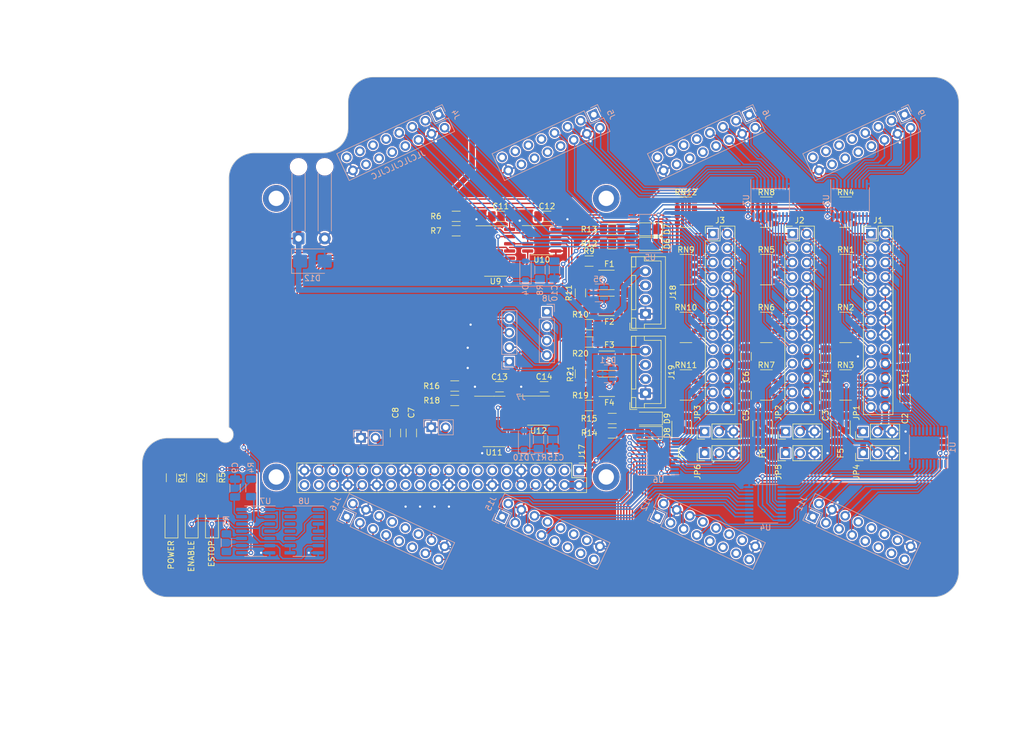
<source format=kicad_pcb>
(kicad_pcb (version 20221018) (generator pcbnew)
  (layers (0 "F.Cu" signal) (31 "B.Cu" signal) (34 "B.Paste" user) (35 "F.Paste" user) (36 "B.SilkS" user "B.Silkscreen") (37 "F.SilkS" user "F.Silkscreen") (38 "B.Mask" user) (39 "F.Mask" user) (44 "Edge.Cuts" user))
  (net 0 "")
  (net 1 "Net-(C9-Pad1)")
  (net 2 "PORTA14")
  (net 3 "PORTA2")
  (net 4 "PORTA15")
  (net 5 "PORTA3")
  (net 6 "PORTA16")
  (net 7 "PORTA4")
  (net 8 "PORTA17")
  (net 9 "PORTA5")
  (net 10 "PORTA6")
  (net 11 "PORTA7")
  (net 12 "PORTA8")
  (net 13 "PORTA9")
  (net 14 "PORTA10")
  (net 15 "PORTA11")
  (net 16 "PORTA12")
  (net 17 "PORTA13")
  (net 19 "J5:0")
  (net 20 "J5:1")
  (net 21 "GND")
  (net 22 "ENA")
  (net 23 "+3.3V")
  (net 26 "PORTB8")
  (net 27 "PORTB7")
  (net 28 "PORTB6")
  (net 29 "PORTB5")
  (net 30 "PORTB4")
  (net 31 "PORTB3")
  (net 32 "PORTB2")
  (net 34 "PORTB14")
  (net 35 "PORTB13")
  (net 36 "PORTB12")
  (net 37 "PORTB11")
  (net 38 "PORTB10")
  (net 41 "PORTB17")
  (net 42 "PORTB16")
  (net 43 "PORTB15")
  (net 44 "PORTC9")
  (net 45 "PORTC8")
  (net 46 "PORTC7")
  (net 47 "PORTC6")
  (net 48 "PORTC5")
  (net 49 "PORTC4")
  (net 50 "PORTC3")
  (net 51 "PORTC2")
  (net 52 "PORTC17")
  (net 53 "PORTC16")
  (net 54 "PORTC15")
  (net 55 "PORTC14")
  (net 56 "PORTC13")
  (net 57 "PORTC12")
  (net 58 "PORTC11")
  (net 59 "PORTC10")
  (net 60 "POWOPA")
  (net 61 "POWOPB")
  (net 62 "POWOPC")
  (net 63 "Net-(D1-A)")
  (net 64 "PORTB9")
  (net 65 "Net-(D2-K)")
  (net 66 "+5V")
  (net 67 "Net-(JP4-C)")
  (net 68 "Net-(JP5-C)")
  (net 69 "Net-(JP6-C)")
  (net 70 "J5:2")
  (net 71 "J5:4")
  (net 72 "J5:5")
  (net 73 "J5:6")
  (net 74 "J6:0")
  (net 75 "J6:1")
  (net 76 "J6:2")
  (net 77 "J6:4")
  (net 78 "J6:5")
  (net 79 "J6:6")
  (net 80 "J7:0")
  (net 81 "J7:1")
  (net 82 "J7:2")
  (net 83 "J7:4")
  (net 84 "J7:5")
  (net 85 "J7:6")
  (net 86 "J8:0")
  (net 87 "J8:1")
  (net 88 "J8:2")
  (net 89 "J8:4")
  (net 90 "J8:5")
  (net 91 "J8:6")
  (net 92 "VDD")
  (net 125 "J1:0")
  (net 126 "J1:1")
  (net 127 "J1:2")
  (net 128 "J1:4")
  (net 129 "J1:5")
  (net 130 "J1:6")
  (net 155 "J4:0")
  (net 156 "J4:1")
  (net 157 "J4:2")
  (net 158 "J4:4")
  (net 159 "J4:5")
  (net 160 "J4:6")
  (net 168 "J2:6")
  (net 169 "J2:5")
  (net 170 "J2:0")
  (net 171 "J2:1")
  (net 172 "J2:2")
  (net 173 "J2:4")
  (net 174 "J3:6")
  (net 175 "J3:5")
  (net 176 "J3:4")
  (net 177 "J3:2")
  (net 178 "J3:0")
  (net 179 "J3:1")
  (net 181 "Net-(D4-A)")
  (net 182 "Net-(D10-A)")
  (net 189 "SPI_MOSI")
  (net 190 "SPI_MISO")
  (net 192 "SPI_CLCK")
  (net 200 "/JTAG.TMS")
  (net 201 "/JTAG.TCK")
  (net 202 "/JTAG.TDI")
  (net 203 "/JTAG.TDO")
  (net 205 "Net-(D4-K)")
  (net 206 "Net-(D5-A1)")
  (net 207 "Net-(D5-A2)")
  (net 208 "Net-(D6-A)")
  (net 209 "Net-(D2-A)")
  (net 210 "Net-(D3-K)")
  (net 211 "Net-(D3-A)")
  (net 212 "ENA{slash}ESTOP")
  (net 213 "Net-(R3-Pad1)")
  (net 214 "ESTOP")
  (net 215 "Net-(U7-Pad11)")
  (net 216 "Net-(U8-Pad10)")
  (net 217 "Net-(U8-Pad3)")
  (net 221 "Net-(D7-A)")
  (net 222 "Net-(D8-A)")
  (net 223 "Net-(D9-A)")
  (net 224 "Net-(D10-K)")
  (net 225 "Net-(D11-A1)")
  (net 226 "Net-(D11-A2)")
  (net 227 "Net-(J18-Pin_2)")
  (net 228 "Net-(J18-Pin_3)")
  (net 229 "Net-(J19-Pin_2)")
  (net 230 "Net-(J19-Pin_3)")
  (net 231 "TXD1")
  (net 232 "RXD1")
  (net 233 "Net-(U10-RO)")
  (net 234 "Net-(R12-Pad1)")
  (net 235 "Net-(R14-Pad1)")
  (net 236 "Net-(U12-RO)")
  (net 237 "Net-(U9-Pad2)")
  (net 238 "Net-(U10-DE)")
  (net 239 "Net-(U11-Pad2)")
  (net 240 "Net-(U12-DE)")
  (net 241 "Net-(R13-Pad1)")
  (net 242 "Net-(R15-Pad1)")
  (net 243 "TXD5")
  (net 244 "RXD5")
  (net 245 "Net-(JP1-A)")
  (net 246 "Net-(JP2-A)")
  (net 247 "Net-(JP3-A)")
  (footprint "Connector_PinHeader_2.54mm:PinHeader_2x20_P2.54mm_Vertical" (layer "F.Cu") (at 212.852 -56.134 -90)
    (fp_text reference "J17")
    (fp_text value "Conn_02x20_Odd_Even" hide)
  )
  (footprint "Resistor_SMD:R_Array_Convex_4x1206" (layer "F.Cu") (at 231.648 -91.465)
    (fp_text reference "RN9")
    (fp_text value "3.3k")
  )
  (footprint "Connector_PinHeader_2.54mm:PinHeader_2x13_P2.54mm_Vertical" (layer "F.Cu") (at 250.354 -97.79)
    (fp_text reference "J2")
    (fp_text value "Conn_02x13_Odd_Even" hide)
  )
  (footprint "Fuse:Fuse_1812_4532Metric_Pad1.30x3.40mm_HandSolder" (layer "F.Cu") (at 217.739 -75.438)
    (fp_text reference "F3")
    (fp_text value "108L" hide)
  )
  (footprint "Fuse:Fuse_1812_4532Metric_Pad1.30x3.40mm_HandSolder" (layer "F.Cu") (at 217.678 -89.662)
    (fp_text reference "F1")
    (fp_text value "108L" hide)
  )
  (footprint "Resistor_SMD:R_Array_Convex_4x1206" (layer "F.Cu") (at 231.648 -71.177)
    (fp_text reference "RN11")
    (fp_text value "3.3k")
  )
  (footprint "Resistor_SMD:R_1206_3216Metric_Pad1.30x1.75mm_HandSolder" (layer "F.Cu") (at 213.106 -87.376 -90)
    (fp_text reference "R11")
    (fp_text value "120" hide)
  )
  (footprint "LED_SMD:LED_1206_3216Metric_Pad1.42x1.75mm_HandSolder" (layer "F.Cu") (at 148.336 -46.736 90)
    (fp_text reference "D3" hide)
    (fp_text value "LED" hide)
  )
  (footprint "Fuse:Fuse_1812_4532Metric_Pad1.30x3.40mm_HandSolder" (layer "F.Cu") (at 230.886 -63.439 90)
    (fp_text reference "F7")
    (fp_text value "108L" hide)
  )
  (footprint "LED_SMD:LED_1206_3216Metric_Pad1.42x1.75mm_HandSolder" (layer "F.Cu") (at 225.044 -65.278 180)
    (fp_text reference "D9")
    (fp_text value "LED" hide)
  )
  (footprint "Resistor_SMD:R_Array_Convex_4x1206" (layer "F.Cu") (at 231.648 -101.568)
    (fp_text reference "RN12")
    (fp_text value "3.3k")
  )
  (footprint "Connector_JST:JST_XH_B4B-XH-A_1x04_P2.50mm_Vertical" (layer "F.Cu") (at 224.536 -69.716 90)
    (fp_text reference "J19")
    (fp_text value "Conn_01x04_Pin")
  )
  (footprint "Resistor_SMD:R_1206_3216Metric_Pad1.30x1.75mm_HandSolder" (layer "F.Cu") (at 191.262 -100.838)
    (fp_text reference "R6")
    (fp_text value "4.6k" hide)
  )
  (footprint "Capacitor_SMD:C_1206_3216Metric_Pad1.33x1.80mm_HandSolder" (layer "F.Cu") (at 198.882 -70.866 180)
    (fp_text reference "C13")
    (fp_text value "0.1uF" hide)
  )
  (footprint "Connector_PinHeader_2.54mm:PinHeader_1x03_P2.54mm_Vertical" (layer "F.Cu") (at 234.95 -59.182 90)
    (fp_text reference "JP6")
    (fp_text value "Jumper_3_Open" hide)
  )
  (footprint "Capacitor_SMD:C_1206_3216Metric_Pad1.33x1.80mm_HandSolder" (layer "F.Cu") (at 206.7175 -70.866 180)
    (fp_text reference "C14")
    (fp_text value "0.1uF" hide)
  )
  (footprint "Resistor_SMD:R_Array_Convex_4x1206" (layer "F.Cu") (at 259.7065 -71.177)
    (fp_text reference "RN3")
    (fp_text value "3.3k")
  )
  (footprint "Resistor_SMD:R_Array_Convex_4x1206" (layer "F.Cu") (at 245.782 -91.465)
    (fp_text reference "RN5")
    (fp_text value "3.3k")
  )
  (footprint "Resistor_SMD:R_1206_3216Metric_Pad1.30x1.75mm_HandSolder" (layer "F.Cu") (at 191.008 -70.993)
    (fp_text reference "R16")
    (fp_text value "4.6k" hide)
  )
  (footprint "LED_SMD:LED_1206_3216Metric_Pad1.42x1.75mm_HandSolder" (layer "F.Cu") (at 141.224 -46.736 90)
    (fp_text reference "D1" hide)
    (fp_text value "LED" hide)
  )
  (footprint "Resistor_SMD:R_1206_3216Metric_Pad1.30x1.75mm_HandSolder" (layer "F.Cu") (at 218.694 -62.738)
    (fp_text reference "R14")
    (fp_text value "2.4k" hide)
  )
  (footprint "LED_SMD:LED_1206_3216Metric_Pad1.42x1.75mm_HandSolder" (layer "F.Cu") (at 225.044 -96.012 180)
    (fp_text reference "D6")
    (fp_text value "LED" hide)
  )
  (footprint "Resistor_SMD:R_1206_3216Metric_Pad1.30x1.75mm_HandSolder" (layer "F.Cu") (at 214.63 -67.564 180)
    (fp_text reference "R19")
    (fp_text value "4.6K" hide)
  )
  (footprint "Capacitor_SMD:C_1206_3216Metric_Pad1.33x1.80mm_HandSolder" (layer "F.Cu") (at 242.226 -76.2 90)
    (fp_text reference "C6")
    (fp_text value "0.1uF" hide)
  )
  (footprint "Capacitor_SMD:C_1206_3216Metric_Pad1.33x1.80mm_HandSolder" (layer "F.Cu") (at 180.594 -62.738 -90)
    (fp_text reference "C8")
    (fp_text value "100n" hide)
  )
  (footprint "Connector_PinHeader_2.54mm:PinHeader_1x03_P2.54mm_Vertical" (layer "F.Cu") (at 262.8 -59.182 90)
    (fp_text reference "JP4")
    (fp_text value "Jumper_3_Open" hide)
  )
  (footprint "Capacitor_SMD:C_1206_3216Metric_Pad1.33x1.80mm_HandSolder" (layer "F.Cu") (at 270.166 -75.946 90)
    (fp_text reference "C1")
    (fp_text value "0.1uF" hide)
  )
  (footprint "Capacitor_SMD:C_1206_3216Metric_Pad1.33x1.80mm_HandSolder" (layer "F.Cu") (at 256.196 -69.342 90)
    (fp_text reference "C3")
    (fp_text value "0.1uF" hide)
  )
  (footprint "Resistor_SMD:R_Array_Convex_4x1206" (layer "F.Cu") (at 231.648 -81.305)
    (fp_text reference "RN10")
    (fp_text value "3.3k")
  )
  (footprint "Connector_PinHeader_2.54mm:PinHeader_1x03_P2.54mm_Vertical" (layer "F.Cu") (at 262.8 -62.992 90)
    (fp_text reference "JP1")
    (fp_text value "Jumper_3_Open" hide)
  )
  (footprint "Resistor_SMD:R_Array_Convex_4x1206" (layer "F.Cu") (at 245.782 -101.568)
    (fp_text reference "RN8")
    (fp_text value "3.3k")
  )
  (footprint "Resistor_SMD:R_1206_3216Metric_Pad1.30x1.75mm_HandSolder" (layer "F.Cu") (at 214.63 -81.788 180)
    (fp_text reference "R10")
    (fp_text value "4.6K" hide)
  )
  (footprint "Capacitor_SMD:C_1206_3216Metric_Pad1.33x1.80mm_HandSolder" (layer "F.Cu") (at 183.388 -62.738 -90)
    (fp_text reference "C7")
    (fp_text value "1u" hide)
  )
  (footprint "Resistor_SMD:R_1206_3216Metric_Pad1.30x1.75mm_HandSolder" (layer "F.Cu") (at 213.106 -73.152 -90)
    (fp_text reference "R21")
    (fp_text value "120" hide)
  )
  (footprint "Resistor_SMD:R_1206_3216Metric_Pad1.30x1.75mm_HandSolder" (layer "F.Cu") (at 191.008 -68.453)
    (fp_text reference "R18")
    (fp_text value "4.6K" hide)
  )
  (footprint "LED_SMD:LED_1206_3216Metric_Pad1.42x1.75mm_HandSolder" (layer "F.Cu") (at 144.78 -46.736 90)
    (fp_text reference "D2" hide)
    (fp_text value "LED" hide)
  )
  (footprint "Connector_PinHeader_2.54mm:PinHeader_1x03_P2.54mm_Vertical" (layer "F.Cu") (at 234.95 -62.992 90)
    (fp_text reference "JP3")
    (fp_text value "Jumper_3_Open" hide)
  )
  (footprint "Connector_JST:JST_XH_B4B-XH-A_1x04_P2.50mm_Vertical" (layer "F.Cu") (at 224.536 -83.686 90)
    (fp_text reference "J18")
    (fp_text value "Conn_01x04_Pin" hide)
  )
  (footprint "Fuse:Fuse_1812_4532Metric_Pad1.30x3.40mm_HandSolder" (layer "F.Cu") (at 217.739 -70.866 180)
    (fp_text reference "F4")
    (fp_text value "108L" hide)
  )
  (footprint "Capacitor_SMD:C_1206_3216Metric_Pad1.33x1.80mm_HandSolder" (layer "F.Cu") (at 207.2255 -100.838 180)
    (fp_text reference "C12")
    (fp_text value "0.1uF" hide)
  )
  (footprint "Package_SO:SOIC-14_3.9x8.7mm_P1.27mm" (layer "F.Cu") (at 198.185 -94.742)
    (fp_text reference "U9")
    (fp_text value "74HC04" hide)
  )
  (footprint "Resistor_SMD:R_1206_3216Metric_Pad1.30x1.75mm_HandSolder" (layer "F.Cu") (at 218.694 -98.552)
    (fp_text reference "R13")
    (fp_text value "2.4k" hide)
  )
  (footprint "Fuse:Fuse_1812_4532Metric_Pad1.30x3.40mm_HandSolder" (layer "F.Cu") (at 217.678 -85.09 180)
    (fp_text reference "F2")
    (fp_text value "108L" hide)
  )
  (footprint "Capacitor_SMD:C_1206_3216Metric_Pad1.33x1.80mm_HandSolder" (layer "F.Cu") (at 270.166 -68.834 90)
    (fp_text reference "C2")
    (fp_text value "0.1uF" hide)
  )
  (footprint "Package_SO:SOIC-14_3.9x8.7mm_P1.27mm" (layer "F.Cu") (at 197.931 -64.77)
    (fp_text reference "U11")
    (fp_text value "74HC04" hide)
  )
  (footprint "LED_SMD:LED_1206_3216Metric_Pad1.42x1.75mm_HandSolder" (layer "F.Cu") (at 225.044 -98.552 180)
    (fp_text reference "D7")
    (fp_text value "LED" hide)
  )
  (footprint "Resistor_SMD:R_1206_3216Metric_Pad1.30x1.75mm_HandSolder" (layer "F.Cu") (at 218.694 -96.012)
    (fp_text reference "R12")
    (fp_text value "2.4k" hide)
  )
  (footprint "Resistor_SMD:R_1206_3216Metric_Pad1.30x1.75mm_HandSolder" (layer "F.Cu") (at 148.336 -54.864 -90)
    (fp_text reference "R5")
    (fp_text value "140")
  )
  (footprint "Resistor_SMD:R_1206_3216Metric_Pad1.30x1.75mm_HandSolder" (layer "F.Cu") (at 191.262 -98.298)
    (fp_text reference "R7")
    (fp_text value "4.6K" hide)
  )
  (footprint "Connector_PinHeader_2.54mm:PinHeader_1x03_P2.54mm_Vertical" (layer "F.Cu") (at 249.174 -59.182 90)
    (fp_text reference "JP5")
    (fp_text value "Jumper_3_Open" hide)
  )
  (footprint "MountingHole:MountingHole_2.7mm_M2.5_DIN965_Pad_TopBottom" (layer "F.Cu") (at 159.644 -104.002 -90)
    (fp_text reference "REF**" hide)
    (fp_text value "MountingHole_2.7mm_M2.5_DIN965_Pad_TopBottom" hide)
  )
  (footprint "MountingHole:MountingHole_2.7mm_M2.5_DIN965_Pad_TopBottom" (layer "F.Cu") (at 217.644 -55.002 -90)
    (fp_text reference "REF**" hide)
    (fp_text value "MountingHole_2.7mm_M2.5_DIN965_Pad_TopBottom" hide)
  )
  (footprint "Resistor_SMD:R_1206_3216Metric_Pad1.30x1.75mm_HandSolder" (layer "F.Cu") (at 144.78 -54.864 -90)
    (fp_text reference "R2")
    (fp_text value "140")
  )
  (footprint "Fuse:Fuse_1812_4532Metric_Pad1.30x3.40mm_HandSolder" (layer "F.Cu") (at 258.826 -63.5 90)
    (fp_text reference "F5")
    (fp_text value "108L" hide)
  )
  (footprint "Resistor_SMD:R_Array_Convex_4x1206" (layer "F.Cu") (at 245.782 -81.305)
    (fp_text reference "RN6")
    (fp_text value "3.3k")
  )
  (footprint "Resistor_SMD:R_Array_Convex_4x1206" (layer "F.Cu") (at 245.782 -71.177)
    (fp_text reference "RN7")
    (fp_text value "3.3k")
  )
  (footprint "Resistor_SMD:R_Array_Convex_4x1206" (layer "F.Cu") (at 259.728 -101.568)
    (fp_text reference "RN4")
    (fp_text value "3.3k")
  )
  (footprint "MountingHole:MountingHole_2.7mm_M2.5_DIN965_Pad_TopBottom" (layer "F.Cu") (at 159.644 -55.002 -90)
    (fp_text reference "REF**" hide)
    (fp_text value "MountingHole_2.7mm_M2.5_DIN965_Pad_TopBottom" hide)
  )
  (footprint "Resistor_SMD:R_1206_3216Metric_Pad1.30x1.75mm_HandSolder" (layer "F.Cu") (at 218.694 -65.278)
    (fp_text reference "R15")
    (fp_text value "2.4k" hide)
  )
  (footprint "Connector_PinHeader_2.54mm:PinHeader_1x03_P2.54mm_Vertical" (layer "F.Cu") (at 249.174 -62.992 90)
    (fp_text reference "JP2")
    (fp_text value "Jumper_3_Open" hide)
  )
  (footprint "Fuse:Fuse_1812_4532Metric_Pad1.30x3.40mm_HandSolder" (layer "F.Cu") (at 245.11 -63.5 90)
    (fp_text reference "F6")
    (fp_text value "108L" hide)
  )
  (footprint "Resistor_SMD:R_Array_Convex_4x1206" (layer "F.Cu") (at 259.7545 -91.465)
    (fp_text reference "RN1")
    (fp_text value "3.3k")
  )
  (footprint "Resistor_SMD:R_1206_3216Metric_Pad1.30x1.75mm_HandSolder" (layer "F.Cu") (at 141.224 -54.864 -90)
    (fp_text reference "R1")
    (fp_text value "300")
  )
  (footprint "Connector_PinHeader_2.54mm:PinHeader_2x13_P2.54mm_Vertical" (layer "F.Cu") (at 236.384 -97.79)
    (fp_text reference "J3")
    (fp_text value "Conn_02x13_Odd_Even" hide)
  )
  (footprint "Capacitor_SMD:C_1206_3216Metric_Pad1.33x1.80mm_HandSolder" (layer "F.Cu") (at 242.226 -69.342 90)
    (fp_text reference "C5")
    (fp_text value "0.1uF" hide)
  )
  (footprint "MountingHole:MountingHole_2.7mm_M2.5_DIN965_Pad_TopBottom" (layer "F.Cu") (at 217.644 -104.002 -90)
    (fp_text reference "REF**" hide)
    (fp_text value "MountingHole_2.7mm_M2.5_DIN965_Pad_TopBottom" hide)
  )
  (footprint "Capacitor_SMD:C_1206_3216Metric_Pad1.33x1.80mm_HandSolder" (layer "F.Cu") (at 256.196 -75.946 90)
    (fp_text reference "C4")
    (fp_text value "0.1uF" hide)
  )
  (footprint "Resistor_SMD:R_1206_3216Metric_Pad1.30x1.75mm_HandSolder" (layer "F.Cu") (at 214.63 -92.964)
    (fp_text reference "R9")
    (fp_text value "4.6K" hide)
  )
  (footprint "Connector_PinHeader_2.54mm:PinHeader_2x13_P2.54mm_Vertical" (layer "F.Cu") (at 264.16 -97.79)
    (fp_text reference "J1")
    (fp_text value "Conn_02x13_Odd_Even" hide)
  )
  (footprint "LED_SMD:LED_1206_3216Metric_Pad1.42x1.75mm_HandSolder" (layer "F.Cu") (at 225.044 -62.738 180)
    (fp_text reference "D8")
    (fp_text value "LED" hide)
  )
  (footprint "Resistor_SMD:R_1206_3216Metric_Pad1.30x1.75mm_HandSolder" (layer "F.Cu") (at 214.63 -78.74)
    (fp_text reference "R20")
    (fp_text value "4.6K" hide)
  )
  (footprint "Package_SO:SOIC-8_3.9x4.9mm_P1.27mm" (layer "F.Cu") (at 205.74 -66.675)
    (fp_text reference "U12")
    (fp_text value "MAX3485" hide)
  )
  (footprint "Resistor_SMD:R_Array_Convex_4x1206" (layer "F.Cu") (at 259.7305 -81.305)
    (fp_text reference "RN2")
    (fp_text value "3.3k")
  )
  (footprint "Capacitor_SMD:C_1206_3216Metric_Pad1.33x1.80mm_HandSolder" (layer "F.Cu") (at 199.0975 -100.838 180)
    (fp_text reference "C11")
    (fp_text value "0.1uF" hide)
  )
  (footprint "Package_SO:SOIC-8_3.9x4.9mm_P1.27mm" (layer "F.Cu") (at 206.313 -96.647)
    (fp_text reference "U10")
    (fp_text value "MAX3485" hide)
  )
  (footprint "Diode_SMD:D_SMB" (layer "B.Cu") (at 165.998 -92.964)
    (fp_text reference "D12")
    (fp_text value "SM6T6V8A" hide)
  )
  (footprint "Diode_SMD:D_SOD-123" (layer "B.Cu") (at 203.454 -91.314 90)
    (fp_text reference "D4")
    (fp_text value "1N4148W" hide)
  )
  (footprint "Connector_PinHeader_2.54mm:PinHeader_1x02_P2.54mm_Vertical" (layer "B.Cu") (at 174.544 -61.89 -90)
    (fp_text reference "J14" hide)
    (fp_text value "V8.0")
  )
  (footprint "Connector_PinHeader_2.54mm:PinHeader_1x04_P2.54mm_Vertical" (layer "B.Cu") (at 207.204 -84.055 180)
    (fp_text reference "J8")
    (fp_text value "v8.0" hide)
  )
  (footprint "Resistor_SMD:R_1206_3216Metric_Pad1.30x1.75mm_HandSolder" (layer "B.Cu") (at 155.194 -53.086 -90)
    (fp_text reference "R4")
    (fp_text value "100")
  )
  (footprint "Package_SO:SOIC-14_3.9x8.7mm_P1.27mm" (layer "B.Cu") (at 164.527 -45.466 180)
    (fp_text reference "U8")
    (fp_text value "74HC02")
  )
  (footprint "Connector_PinSocket_2.54mm:PinSocket_2x08_P2.54mm_Vertical" (layer "B.Cu") (at 188.154 -118.726 115)
    (fp_text reference "J4")
    (fp_text value "HUB75")
  )
  (footprint "Connector_PinHeader_2.54mm:PinHeader_1x02_P2.54mm_Vertical" (layer "B.Cu") (at 186.884 -63.735 -90)
    (fp_text reference "J13" hide)
    (fp_text value "V7.0")
  )
  (footprint "Connector_PinSocket_2.54mm:PinSocket_2x08_P2.54mm_Vertical" (layer "B.Cu") (at 226.649848 -48.008153 -115)
    (fp_text reference "J12")
    (fp_text value "HUB75")
  )
  (footprint "Resistor_SMD:R_1206_3216Metric_Pad1.30x1.75mm_HandSolder" (layer "B.Cu") (at 205.994 -91.414 90)
    (fp_text reference "R8")
    (fp_text value "56k" hide)
  )
  (footprint "Connector_PinSocket_2.54mm:PinSocket_2x08_P2.54mm_Vertical" (layer "B.Cu") (at 253.954848 -48.008153 -115)
    (fp_text reference "J11")
    (fp_text value "HUB75")
  )
  (footprint "Package_SO:TSSOP-20_4.4x6.5mm_P0.65mm" (layer "B.Cu") (at 225.3665 -97.801)
    (fp_text reference "U5")
    (fp_text value "74CB3T3245")
  )
  (footprint "Capacitor_SMD:C_1206_3216Metric_Pad1.33x1.80mm_HandSolder" (layer "B.Cu") (at 208.28 -61.5565 -90)
    (fp_text reference "C15")
    (fp_text value "33pF")
  )
  (footprint "Resistor_SMD:R_1206_3216Metric_Pad1.30x1.75mm_HandSolder" (layer "B.Cu") (at 205.74 -61.569 90)
    (fp_text reference "R17")
    (fp_text value "56k")
  )
  (footprint "Diode_SMD:D_SOD-123" (layer "B.Cu") (at 203.2 -61.469 90)
    (fp_text reference "D10")
    (fp_text value "1N4148W" hide)
  )
  (footprint "Connector_PinSocket_2.54mm:PinSocket_2x08_P2.54mm_Vertical" (layer "B.Cu") (at 242.764 -118.726 115)
    (fp_text reference "J6")
    (fp_text value "HUB75")
  )
  (footprint "Package_TO_SOT_SMD:SOT-23" (layer "B.Cu") (at 217.932 -73.152 180)
    (fp_text reference "D11")
    (fp_text value "SM712_SOT23")
  )
  (footprint "Package_SO:TSSOP-20_4.4x6.5mm_P0.65mm" (layer "B.Cu") (at 226.822 -58.674)
    (fp_text reference "U6")
    (fp_text value "74CB3T3245")
  )
  (footprint "Connector_PinSocket_2.54mm:PinSocket_2x08_P2.54mm_Vertical" (layer "B.Cu") (at 199.344848 -48.008153 -115)
    (fp_text reference "J15")
    (fp_text value "HUB75")
  )
  (footprint "Package_SO:TSSOP-20_4.4x6.5mm_P0.65mm" (layer "B.Cu") (at 245.618 -50.292)
    (fp_text reference "U4")
    (fp_text value "74CB3T3245" hide)
  )
  (footprint "Capacitor_SMD:C_1206_3216Metric_Pad1.33x1.80mm_HandSolder" (layer "B.Cu") (at 152.4 -53.0475 90)
    (fp_text reference "C9")
    (fp_text value "1nF")
  )
  (footprint "Package_SO:TSSOP-20_4.4x6.5mm_P0.65mm" (layer "B.Cu") (at 246.451 -103.7005 -90)
    (fp_text reference "U3")
    (fp_text value "74CB3T3245" hide)
  )
  (footprint "Connector_PinHeader_2.54mm:PinHeader_1x04_P2.54mm_Vertical" (layer "B.Cu") (at 200.6 -75.292)
    (fp_text reference "J7")
    (fp_text value "v7.0" hide)
  )
  (footprint "Package_SO:TSSOP-20_4.4x6.5mm_P0.65mm" (layer "B.Cu") (at 260.503 -103.7005 -90)
    (fp_text reference "U2")
    (fp_text value "74CB3T3245")
  )
  (footprint "Package_SO:TSSOP-20_4.4x6.5mm_P0.65mm" (layer "B.Cu") (at 274.32 -60.198 90)
    (fp_text reference "U1")
    (fp_text value "74CB3T3245" hide)
  )
  (footprint "Connector_PinSocket_2.54mm:PinSocket_2x08_P2.54mm_Vertical" (layer "B.Cu") (at 172.039848 -48.008153 -115)
    (fp_text reference "J16")
    (fp_text value "HUB75")
  )
  (footprint "Resistor_SMD:R_1206_3216Metric_Pad1.30x1.75mm_HandSolder" (layer "B.Cu") (at 150.876 -43.434 90)
    (fp_text reference "R3")
    (fp_text value "3k3")
  )
  (footprint "Package_TO_SOT_SMD:SOT-23" (layer "B.Cu") (at 216.3295 -87.376 180)
    (fp_text reference "D5")
    (fp_text value "SM712_SOT23")
  )
  (footprint "Connector_Wire:SolderWire-0.5sqmm_1x02_P4.6mm_D0.9mm_OD2.1mm_Relief" (layer "B.Cu") (at 163.562 -96.953)
    (fp_text reference "J10" hide)
    (fp_text value "Conn_01x02")
  )
  (footprint "Connector_PinSocket_2.54mm:PinSocket_2x08_P2.54mm_Vertical" (layer "B.Cu") (at 215.459 -118.726 115)
    (fp_text reference "J5")
    (fp_text value "HUB75")
  )
  (footprint "Package_SO:SOIC-14_3.9x8.7mm_P1.27mm" (layer "B.Cu") (at 156.021 -45.466 180)
    (fp_text reference "U7")
    (fp_text value "74HC86")
  )
  (footprint "Capacitor_SMD:C_1206_3216Metric_Pad1.33x1.80mm_HandSolder" (layer "B.Cu") (at 208.534 -91.4015 -90)
    (fp_text reference "C10")
    (fp_text value "33pF")
  )
  (footprint "Connector_PinSocket_2.54mm:PinSocket_2x08_P2.54mm_Vertical" (layer "B.Cu") (at 270.069 -118.726 115)
    (fp_text reference "J9")
    (fp_text value "HUB75")
  )
  (gr_poly locked (pts (arc (start 140.529 -61.83) (mid 137.38591 -60.52809) (end 136.084 -57.385)) (arc (start 136.084 -38.335) (mid 137.38591 -35.19191) (end 140.529 -33.89)) (arc (start 275.149 -33.89) (mid 278.292089 -35.191911) (end 279.594 -38.335)) (arc (start 279.594 -120.885) (mid 278.292089 -124.02809) (end 275.149 -125.33)) (arc (start 176.724 -125.33) (mid 173.58091 -124.02809) (end 172.279 -120.885)) (arc (start 172.279 -116.44) (mid 170.97709 -113.29691) (end 167.834 -111.995)) (arc (start 155.769 -111.995) (mid 152.62591 -110.69309) (end 151.324 -107.55)) (arc (start 151.324 -63.735) (mid 151.693023 -61.460979) (end 149.419 -61.83))) (stroke (width 0.1)) (fill none) (layer "Edge.Cuts"))
  (gr_text "JLCJLCJLCJLC" (at 181.084 -109.89 25) (layer "B.SilkS") (effects (font (size 1 1)) (justify mirror)))
  (gr_text "POWER" (at 141.732 -43.942 90) (layer "F.SilkS") (effects (font (size 1 1)) (justify right bottom)))
  (gr_text "ENABLE" (at 145.288 -43.942 90) (layer "F.SilkS") (effects (font (size 1 1)) (justify right bottom)))
  (gr_text "ESTOP" (at 148.844 -43.942 90) (layer "F.SilkS") (effects (font (size 1 1)) (justify right bottom)))
  (segment (start 152.908 -48.006) (end 152.246 -48.668) (width 0.25) (layer "B.Cu") (net 1))
  (segment (start 155.194 -54.279) (end 152.4 -51.485) (width 0.25) (layer "B.Cu") (net 1))
  (segment (start 152.246 -48.668) (end 152.246 -51.331) (width 0.25) (layer "B.Cu") (net 1))
  (segment (start 261.228 -99.568) (end 264.922 -99.568) (width 0.25) (layer "F.Cu") (net 2))
  (segment (start 264.922 -99.568) (end 266.7 -97.79) (width 0.25) (layer "F.Cu") (net 2))
  (segment (start 266.7 -97.79) (end 270.51 -93.98) (width 0.25) (layer "B.Cu") (net 2))
  (segment (start 275.945 -64.043772) (end 275.945 -63.0605) (width 0.25) (layer "B.Cu") (net 2))
  (segment (start 270.51 -69.478772) (end 275.945 -64.043772) (width 0.25) (layer "B.Cu") (net 2))
  (segment (start 270.51 -93.98) (end 270.51 -69.478772) (width 0.25) (layer "B.Cu") (net 2))
  (segment (start 262.375 -93.465) (end 264.16 -95.25) (width 0.25) (layer "F.Cu") (net 3))
  (segment (start 261.2545 -93.465) (end 262.375 -93.465) (width 0.25) (layer "F.Cu") (net 3))
  (segment (start 264.16 -95.25) (end 262.89 -96.52) (width 0.25) (layer "B.Cu") (net 3))
  (segment (start 263.428 -99.736) (end 262.89 -99.198) (width 0.25) (layer "B.Cu") (net 3))
  (segment (start 263.428 -100.838) (end 263.428 -99.736) (width 0.25) (layer "B.Cu") (net 3))
  (segment (start 262.89 -96.52) (end 262.89 -99.198) (width 0.25) (layer "B.Cu") (net 3))
  (segment (start 265.243701 -100.908) (end 267.97 -98.181701) (width 0.25) (layer "F.Cu") (net 4))
  (segment (start 267.97 -98.181701) (end 267.97 -96.52) (width 0.25) (layer "F.Cu") (net 4))
  (segment (start 267.97 -96.52) (end 266.7 -95.25) (width 0.25) (layer "F.Cu") (net 4))
  (segment (start 261.228 -100.908) (end 265.243701 -100.908) (width 0.25) (layer "F.Cu") (net 4))
  (segment (start 270.002 -91.948) (end 270.002 -69.350376) (width 0.25) (layer "B.Cu") (net 4))
  (segment (start 270.002 -69.350376) (end 275.295 -64.057376) (width 0.25) (layer "B.Cu") (net 4))
  (segment (start 275.295 -64.057376) (end 275.295 -63.0605) (width 0.25) (layer "B.Cu") (net 4))
  (segment (start 266.7 -95.25) (end 270.002 -91.948) (width 0.25) (layer "B.Cu") (net 4))
  (segment (start 261.2545 -92.125) (end 263.575 -92.125) (width 0.25) (layer "F.Cu") (net 5))
  (segment (start 263.575 -92.125) (end 264.16 -92.71) (width 0.25) (layer "F.Cu") (net 5))
  (segment (start 262.382 -99.326396) (end 262.382 -94.488) (width 0.25) (layer "B.Cu") (net 5))
  (segment (start 262.778 -100.838) (end 262.778 -99.722396) (width 0.25) (layer "B.Cu") (net 5))
  (segment (start 262.778 -99.722396) (end 262.382 -99.326396) (width 0.25) (layer "B.Cu") (net 5))
  (segment (start 262.382 -94.488) (end 264.16 -92.71) (width 0.25) (layer "B.Cu") (net 5))
  (segment (start 261.228 -102.228) (end 264.560097 -102.228) (width 0.25) (layer "F.Cu") (net 6))
  (segment (start 264.560097 -102.228) (end 268.42 -98.368097) (width 0.25) (layer "F.Cu") (net 6))
  (segment (start 268.42 -94.43) (end 266.7 -92.71) (width 0.25) (layer "F.Cu") (net 6))
  (segment (start 268.42 -98.368097) (end 268.42 -94.43) (width 0.25) (layer "F.Cu") (net 6))
  (segment (start 274.645 -64.07098) (end 274.645 -63.0605) (width 0.25) (layer "B.Cu") (net 6))
  (segment (start 266.7 -92.71) (end 269.494 -89.916) (width 0.25) (layer "B.Cu") (net 6))
  (segment (start 269.494 -69.22198) (end 274.645 -64.07098) (width 0.25) (layer "B.Cu") (net 6))
  (segment (start 269.494 -89.916) (end 269.494 -69.22198) (width 0.25) (layer "B.Cu") (net 6))
  (segment (start 261.2545 -90.805) (end 263.525 -90.805) (width 0.25) (layer "F.Cu") (net 7))
  (segment (start 263.525 -90.805) (end 264.16 -90.17) (width 0.25) (layer "F.Cu") (net 7))
  (segment (start 262.128 -99.730198) (end 261.874 -99.476198) (width 0.25) (layer "B.Cu") (net 7))
  (segment (start 261.874 -99.476198) (end 261.874 -92.456) (width 0.25) (layer "B.Cu") (net 7))
  (segment (start 261.874 -92.456) (end 264.16 -90.17) (width 0.25) (layer "B.Cu") (net 7))
  (segment (start 262.128 -100.838) (end 262.128 -99.730198) (width 0.25) (layer "B.Cu") (net 7))
  (segment (start 263.856493 -103.568) (end 268.87 -98.554493) (width 0.25) (layer "F.Cu") (net 8))
  (segment (start 268.87 -98.554493) (end 268.87 -92.34) (width 0.25) (layer "F.Cu") (net 8))
  (segment (start 261.228 -103.568) (end 263.856493 -103.568) (width 0.25) (layer "F.Cu") (net 8))
  (segment (start 268.87 -92.34) (end 266.7 -90.17) (width 0.25) (layer "F.Cu") (net 8))
  (segment (start 266.7 -90.17) (end 268.986 -87.884) (width 0.25) (layer "B.Cu") (net 8))
  (segment (start 268.986 -87.884) (end 268.986 -69.093584) (width 0.25) (layer "B.Cu") (net 8))
  (segment (start 273.995 -64.084584) (end 273.995 -63.0605) (width 0.25) (layer "B.Cu") (net 8))
  (segment (start 268.986 -69.093584) (end 273.995 -64.084584) (width 0.25) (layer "B.Cu") (net 8))
  (segment (start 261.2545 -89.465) (end 262.325 -89.465) (width 0.25) (layer "F.Cu") (net 9))
  (segment (start 262.325 -89.465) (end 264.16 -87.63) (width 0.25) (layer "F.Cu") (net 9))
  (segment (start 261.478 -99.934) (end 261.366 -99.822) (width 0.25) (layer "B.Cu") (net 9))
  (segment (start 261.366 -90.424) (end 264.16 -87.63) (width 0.25) (layer "B.Cu") (net 9))
  (segment (start 261.366 -99.822) (end 261.366 -90.424) (width 0.25) (layer "B.Cu") (net 9))
  (segment (start 261.478 -100.838) (end 261.478 -99.934) (width 0.25) (layer "B.Cu") (net 9))
  (segment (start 261.2305 -83.305) (end 262.375 -83.305) (width 0.25) (layer "F.Cu") (net 10))
  (segment (start 262.375 -83.305) (end 264.16 -85.09) (width 0.25) (layer "F.Cu") (net 10))
  (segment (start 260.858 -88.392) (end 264.16 -85.09) (width 0.25) (layer "B.Cu") (net 10))
  (segment (start 260.858 -100.808) (end 260.858 -88.392) (width 0.25) (layer "B.Cu") (net 10))
  (segment (start 261.2305 -81.965) (end 263.575 -81.965) (width 0.25) (layer "F.Cu") (net 11))
  (segment (start 263.575 -81.965) (end 264.16 -82.55) (width 0.25) (layer "F.Cu") (net 11))
  (segment (start 260.35 -99.822) (end 260.35 -86.36) (width 0.25) (layer "B.Cu") (net 11))
  (segment (start 260.178 -99.994) (end 260.35 -99.822) (width 0.25) (layer "B.Cu") (net 11))
  (segment (start 260.178 -100.838) (end 260.178 -99.994) (width 0.25) (layer "B.Cu") (net 11))
  (segment (start 260.35 -86.36) (end 264.16 -82.55) (width 0.25) (layer "B.Cu") (net 11))
  (segment (start 261.2305 -80.645) (end 263.525 -80.645) (width 0.25) (layer "F.Cu") (net 12))
  (segment (start 263.525 -80.645) (end 264.16 -80.01) (width 0.25) (layer "F.Cu") (net 12))
  (segment (start 259.842 -99.442396) (end 259.842 -84.328) (width 0.25) (layer "B.Cu") (net 12))
  (segment (start 259.528 -100.838) (end 259.528 -99.756396) (width 0.25) (layer "B.Cu") (net 12))
  (segment (start 259.528 -99.756396) (end 259.842 -99.442396) (width 0.25) (layer "B.Cu") (net 12))
  (segment (start 259.842 -84.328) (end 264.16 -80.01) (width 0.25) (layer "B.Cu") (net 12))
  (segment (start 262.325 -79.305) (end 264.16 -77.47) (width 0.25) (layer "F.Cu") (net 13))
  (segment (start 261.2305 -79.305) (end 262.325 -79.305) (width 0.25) (layer "F.Cu") (net 13))
  (segment (start 259.334 -82.296) (end 259.334 -99.314) (width 0.25) (layer "B.Cu") (net 13))
  (segment (start 258.878 -99.77) (end 259.334 -99.314) (width 0.25) (layer "B.Cu") (net 13))
  (segment (start 258.878 -100.838) (end 258.878 -99.77) (width 0.25) (layer "B.Cu") (net 13))
  (segment (start 264.16 -77.47) (end 259.334 -82.296) (width 0.25) (layer "B.Cu") (net 13))
  (segment (start 261.2065 -73.177) (end 262.407 -73.177) (width 0.25) (layer "F.Cu") (net 14))
  (segment (start 262.407 -73.177) (end 264.16 -74.93) (width 0.25) (layer "F.Cu") (net 14))
  (segment (start 270.844 -64.69) (end 271.395 -64.139) (width 0.25) (layer "B.Cu") (net 14))
  (segment (start 271.395 -64.139) (end 271.395 -63.0605) (width 0.25) (layer "B.Cu") (net 14))
  (segment (start 262.085 -66.450507) (end 263.845507 -64.69) (width 0.25) (layer "B.Cu") (net 14))
  (segment (start 262.085 -72.855) (end 262.085 -66.450507) (width 0.25) (layer "B.Cu") (net 14))
  (segment (start 264.16 -74.93) (end 262.085 -72.855) (width 0.25) (layer "B.Cu") (net 14))
  (segment (start 263.845507 -64.69) (end 270.844 -64.69) (width 0.25) (layer "B.Cu") (net 14))
  (segment (start 263.607 -71.837) (end 264.16 -72.39) (width 0.25) (layer "F.Cu") (net 15))
  (segment (start 261.2065 -71.837) (end 263.607 -71.837) (width 0.25) (layer "F.Cu") (net 15))
  (segment (start 262.535 -70.765) (end 262.535 -66.636903) (width 0.25) (layer "B.Cu") (net 15))
  (segment (start 262.535 -66.636903) (end 264.031903 -65.14) (width 0.25) (layer "B.Cu") (net 15))
  (segment (start 272.045 -64.125396) (end 272.045 -63.0605) (width 0.25) (layer "B.Cu") (net 15))
  (segment (start 264.16 -72.39) (end 262.535 -70.765) (width 0.25) (layer "B.Cu") (net 15))
  (segment (start 264.031903 -65.14) (end 271.030396 -65.14) (width 0.25) (layer "B.Cu") (net 15))
  (segment (start 271.030396 -65.14) (end 272.045 -64.125396) (width 0.25) (layer "B.Cu") (net 15))
  (segment (start 263.493 -70.517) (end 264.16 -69.85) (width 0.25) (layer "F.Cu") (net 16))
  (segment (start 261.2065 -70.517) (end 263.493 -70.517) (width 0.25) (layer "F.Cu") (net 16))
  (segment (start 264.218299 -65.59) (end 271.216792 -65.59) (width 0.25) (layer "B.Cu") (net 16))
  (segment (start 271.216792 -65.59) (end 272.695 -64.111792) (width 0.25) (layer "B.Cu") (net 16))
  (segment (start 262.985 -68.675) (end 262.985 -66.823299) (width 0.25) (layer "B.Cu") (net 16))
  (segment (start 264.16 -69.85) (end 262.985 -68.675) (width 0.25) (layer "B.Cu") (net 16))
  (segment (start 262.985 -66.823299) (end 264.218299 -65.59) (width 0.25) (layer "B.Cu") (net 16))
  (segment (start 272.695 -64.111792) (end 272.695 -63.0605) (width 0.25) (layer "B.Cu") (net 16))
  (segment (start 261.2065 -69.177) (end 262.293 -69.177) (width 0.25) (layer "F.Cu") (net 17))
  (segment (start 262.293 -69.177) (end 264.16 -67.31) (width 0.25) (layer "F.Cu") (net 17))
  (segment (start 264.16 -67.31) (end 265.43 -66.04) (width 0.25) (layer "B.Cu") (net 17))
  (segment (start 265.43 -66.04) (end 271.403188 -66.04) (width 0.25) (layer "B.Cu") (net 17))
  (segment (start 273.345 -64.098188) (end 273.345 -63.0605) (width 0.25) (layer "B.Cu") (net 17))
  (segment (start 271.403188 -66.04) (end 273.345 -64.098188) (width 0.25) (layer "B.Cu") (net 17))
  (segment (start 188.940423 -118.726) (end 208.890422 -98.776) (width 0.25) (layer "B.Cu") (net 19))
  (segment (start 222.504 -98.776) (end 208.890422 -98.776) (width 0.25) (layer "B.Cu") (net 19))
  (segment (start 189.22745 -116.423978) (end 207.525428 -98.126) (width 0.25) (layer "B.Cu") (net 20))
  (segment (start 222.504 -98.126) (end 207.525428 -98.126) (width 0.25) (layer "B.Cu") (net 20))
  (segment locked (start 252.894 -80.01) (end 252.894 -87.63) (width 0.25) (layer "F.Cu") (net 21))
  (segment (start 252.894 -80.01) (end 252.894 -82.55) (width 0.25) (layer "F.Cu") (net 21))
  (segment locked (start 266.7 -80.01) (end 266.7 -87.63) (width 0.25) (layer "F.Cu") (net 21))
  (segment (start 252.894 -82.55) (end 252.894 -87.63) (width 0.25) (layer "F.Cu") (net 21))
  (segment locked (start 238.924 -80.01) (end 238.924 -87.63) (width 0.25) (layer "F.Cu") (net 21))
  (via (at 193.802 -81.788) (size 0.8) (drill 0.4) (layers "F.Cu" "B.Cu") (net 21))
  (via (at 187.706 -114.046) (size 0.8) (drill 0.4) (layers "F.Cu" "B.Cu") (net 21))
  (via (at 187.452 -49.784) (size 0.8) (drill 0.4) (layers "F.Cu" "B.Cu") (net 21))
  (via (at 242.316 -114.046) (size 0.8) (drill 0.4) (layers "F.Cu" "B.Cu") (net 21))
  (via (at 270.256 -59.182) (size 0.8) (drill 0.4) (layers "F.Cu" "B.Cu") (net 21))
  (via (at 270.256 -62.992) (size 0.8) (drill 0.4) (layers "F.Cu" "B.Cu") (net 21))
  (via (at 211.328 -73.152) (size 0.8) (drill 0.4) (layers "F.Cu" "B.Cu") (net 21))
  (via (at 258.318 -50.546) (size 0.8) (drill 0.4) (layers "F.Cu" "B.Cu") (net 21))
  (via (at 165.354 -41.656) (size 0.8) (drill 0.4) (layers "F.Cu" "B.Cu") (net 21))
  (via (at 261.874 -76.2) (size 0.8) (drill 0.4) (layers "F.Cu" "B.Cu") (net 21))
  (via (at 256.54 -59.182) (size 0.8) (drill 0.4) (layers "F.Cu" "B.Cu") (net 21))
  (via (at 193.294 -74.168) (size 0.8) (drill 0.4) (layers "F.Cu" "B.Cu") (net 21))
  (via (at 195.834 -59.182) (size 0.8) (drill 0.4) (layers "F.Cu" "B.Cu") (net 21))
  (via (at 194.818 -100.33) (size 0.8) (drill 0.4) (layers "F.Cu" "B.Cu") (net 21))
  (via (at 182.372 -49.784) (size 0.8) (drill 0.4) (layers "F.Cu" "B.Cu") (net 21))
  (via (at 214.884 -114.046) (size 0.8) (drill 0.4) (layers "F.Cu" "B.Cu") (net 21))
  (via (at 202.438 -100.076) (size 0.8) (drill 0.4) (layers "F.Cu" "B.Cu") (net 21))
  (via (at 256.54 -62.992) (size 0.8) (drill 0.4) (layers "F.Cu" "B.Cu") (net 21))
  (via (at 210.82 -100.33) (size 0.8) (drill 0.4) (layers "F.Cu" "B.Cu") (net 21))
  (via (at 156.972 -41.656) (size 0.8) (drill 0.4) (layers "F.Cu" "B.Cu") (net 21))
  (via (at 202.692 -70.866) (size 0.8) (drill 0.4) (layers "F.Cu" "B.Cu") (net 21))
  (via (at 189.992 -49.784) (size 0.8) (drill 0.4) (layers "F.Cu" "B.Cu") (net 21))
  (via (at 194.564 -70.866) (size 0.8) (drill 0.4) (layers "F.Cu" "B.Cu") (net 21))
  (via (at 269.24 -113.792) (size 0.8) (drill 0.4) (layers "F.Cu" "B.Cu") (net 21))
  (via (at 184.912 -49.784) (size 0.8) (drill 0.4) (layers "F.Cu" "B.Cu") (net 21))
  (via (at 193.294 -77.724) (size 0.8) (drill 0.4) (layers "F.Cu" "B.Cu") (net 21))
  (segment (start 230.02532 -49.236724) (end 230.163276 -49.236724) (width 0.25) (layer "B.Cu") (net 21))
  (segment (start 226.526961 -42.796022) (end 216.532451 -42.796022) (width 0.25) (layer "B.Cu") (net 21))
  (segment (start 230.632 -46.901061) (end 226.526961 -42.796022) (width 0.25) (layer "B.Cu") (net 21))
  (segment (start 202.72032 -49.236724) (end 202.82187 -49.135174) (width 0.25) (layer "B.Cu") (net 21))
  (segment (start 199.260022 -42.796022) (end 189.227451 -42.796022) (width 0.25) (layer "B.Cu") (net 21))
  (segment (start 202.82187 -46.35787) (end 199.260022 -42.796022) (width 0.25) (layer "B.Cu") (net 21))
  (segment (start 230.163276 -49.236724) (end 230.632 -48.768) (width 0.25) (layer "B.Cu") (net 21))
  (segment (start 202.82187 -49.135174) (end 202.82187 -46.35787) (width 0.25) (layer "B.Cu") (net 21))
  (segment (start 230.632 -48.768) (end 230.632 -46.901061) (width 0.25) (layer "B.Cu") (net 21))
  (segment (start 226.826299 -101.087701) (end 227.588299 -101.087701) (width 0.25) (layer "F.Cu") (net 22))
  (segment (start 228.092 -67.31) (end 228.092 -56.642) (width 0.25) (layer "F.Cu") (net 22))
  (segment (start 165.608 -100.838) (end 165.608 -95.504) (width 0.25) (layer "F.Cu") (net 22))
  (segment (start 211.328 -103.124) (end 167.894 -103.124) (width 0.25) (layer "F.Cu") (net 22))
  (segment (start 167.894 -103.124) (end 165.608 -100.838) (width 0.25) (layer "F.Cu") (net 22))
  (segment (start 226.822 -101.092) (end 223.394396 -101.092) (width 0.25) (layer "F.Cu") (net 22))
  (segment (start 228.854 -55.118) (end 228.346 -55.626) (width 0.25) (layer "F.Cu") (net 22))
  (segment (start 228.854 -55.118) (end 245.11 -55.118) (width 0.25) (layer "F.Cu") (net 22))
  (segment (start 229.304 -68.522) (end 228.092 -67.31) (width 0.25) (layer "F.Cu") (net 22))
  (segment (start 276.352 -56.134) (end 275.336 -55.118) (width 0.25) (layer "F.Cu") (net 22))
  (segment (start 156.972 -94.488) (end 153.924 -91.44) (width 0.25) (layer "F.Cu") (net 22))
  (segment (start 229.304 -99.372) (end 229.304 -68.522) (width 0.25) (layer "F.Cu") (net 22))
  (segment (start 164.592 -94.488) (end 156.972 -94.488) (width 0.25) (layer "F.Cu") (net 22))
  (segment (start 153.924 -91.44) (end 153.924 -60.198) (width 0.25) (layer "F.Cu") (net 22))
  (segment (start 275.336 -55.118) (end 245.11 -55.118) (width 0.25) (layer "F.Cu") (net 22))
  (segment (start 228.092 -56.642) (end 228.346 -56.388) (width 0.25) (layer "F.Cu") (net 22))
  (segment (start 223.394396 -101.092) (end 222.886396 -100.584) (width 0.25) (layer "F.Cu") (net 22))
  (segment (start 165.608 -95.504) (end 164.592 -94.488) (width 0.25) (layer "F.Cu") (net 22))
  (segment (start 227.588299 -101.087701) (end 229.304 -99.372) (width 0.25) (layer "F.Cu") (net 22))
  (segment (start 222.886396 -100.584) (end 213.868 -100.584) (width 0.25) (layer "F.Cu") (net 22))
  (segment (start 228.346 -55.626) (end 228.346 -56.388) (width 0.25) (layer "F.Cu") (net 22))
  (segment (start 213.868 -100.584) (end 211.328 -103.124) (width 0.25) (layer "F.Cu") (net 22))
  (segment (start 276.352 -59.182) (end 276.352 -56.134) (width 0.25) (layer "F.Cu") (net 22))
  (segment (start 226.826299 -101.087701) (end 226.822 -101.092) (width 0.25) (layer "F.Cu") (net 22))
  (via (at 276.352 -59.182) (size 0.8) (drill 0.4) (layers "F.Cu" "B.Cu") (net 22))
  (via (at 245.11 -55.118) (size 0.8) (drill 0.4) (layers "F.Cu" "B.Cu") (net 22))
  (via (at 153.924 -60.198) (size 0.8) (drill 0.4) (layers "F.Cu" "B.Cu") (net 22))
  (via (at 226.826299 -101.087701) (size 0.8) (drill 0.4) (layers "F.Cu" "B.Cu") (net 22))
  (via (at 228.346 -56.388) (size 0.8) (drill 0.4) (layers "F.Cu" "B.Cu") (net 22))
  (segment (start 226.826299 -101.087701) (end 226.822 -101.083402) (width 0.25) (layer "B.Cu") (net 22))
  (segment (start 228.346 -56.388) (end 229.6735 -56.388) (width 0.25) (layer "B.Cu") (net 22))
  (segment (start 276.595 -59.425) (end 276.595 -63.0605) (width 0.25) (layer "B.Cu") (net 22))
  (segment (start 226.826299 -101.096299) (end 227.838 -102.108) (width 0.25) (layer "B.Cu") (net 22))
  (segment (start 244.176 -100.838) (end 244.176 -102.108) (width 0.25) (layer "B.Cu") (net 22))
  (segment (start 156.718 -48.006) (end 158.496 -48.006) (width 0.25) (layer "B.Cu") (net 22))
  (segment (start 226.822 -96.244459) (end 227.540459 -95.526) (width 0.25) (layer "B.Cu") (net 22))
  (segment (start 244.757459 -102.108) (end 257.646541 -102.108) (width 0.25) (layer "B.Cu") (net 22))
  (segment (start 156.464 -57.658) (end 156.464 -48.26) (width 0.25) (layer "B.Cu") (net 22))
  (segment (start 153.924 -60.198) (end 156.464 -57.658) (width 0.25) (layer "B.Cu") (net 22))
  (segment (start 156.464 -48.26) (end 156.718 -48.006) (width 0.25) (layer "B.Cu") (net 22))
  (segment (start 244.176 -102.108) (end 244.757459 -102.108) (width 0.25) (layer "B.Cu") (net 22))
  (segment (start 257.646541 -102.108) (end 258.228 -101.526541) (width 0.25) (layer "B.Cu") (net 22))
  (segment (start 276.352 -59.182) (end 276.595 -59.425) (width 0.25) (layer "B.Cu") (net 22))
  (segment (start 247.131 -48.017) (end 248.4805 -48.017) (width 0.25) (layer "B.Cu") (net 22))
  (segment (start 245.11 -55.118) (end 245.11 -50.038) (width 0.25) (layer "B.Cu") (net 22))
  (segment (start 226.822 -101.083402) (end 226.822 -96.244459) (width 0.25) (layer "B.Cu") (net 22))
  (segment (start 226.826299 -101.087701) (end 226.826299 -101.096299) (width 0.25) (layer "B.Cu") (net 22))
  (segment (start 227.838 -102.108) (end 244.757459 -102.108) (width 0.25) (layer "B.Cu") (net 22))
  (segment (start 245.11 -50.038) (end 247.131 -48.017) (width 0.25) (layer "B.Cu") (net 22))
  (segment (start 258.228 -101.526541) (end 258.228 -100.838) (width 0.25) (layer "B.Cu") (net 22))
  (segment (start 227.540459 -95.526) (end 228.229 -95.526) (width 0.25) (layer "B.Cu") (net 22))
  (segment (start 208.215 -68.58) (end 208.215 -70.801) (width 0.25) (layer "F.Cu") (net 23))
  (segment (start 227.584 -67.564) (end 228.854 -68.834) (width 0.25) (layer "F.Cu") (net 23))
  (segment (start 215.9 -57.912) (end 214.122 -56.134) (width 0.5) (layer "F.Cu") (net 23))
  (segment (start 189.712 -102.336) (end 189.738 -102.362) (width 0.25) (layer "F.Cu") (net 23))
  (segment (start 200.4445 -70.866) (end 200.406 -70.9045) (width 0.25) (layer "F.Cu") (net 23))
  (segment (start 189.458 -68.453) (end 189.458 -70.993) (width 0.25) (layer "F.Cu") (net 23))
  (segment (start 200.406 -70.8275) (end 200.4445 -70.866) (width 0.25) (layer "F.Cu") (net 23))
  (segment (start 225.806 -100.3675) (end 225.810799 -100.362701) (width 0.25) (layer "F.Cu") (net 23))
  (segment (start 157.226 -49.276) (end 156.718 -49.276) (width 0.25) (layer "F.Cu") (net 23))
  (segment (start 225.806 -100.3675) (end 223.431896 -100.3675) (width 0.25) (layer "F.Cu") (net 23))
  (segment (start 208.788 -100.838) (end 208.788 -102.362) (width 0.25) (layer "F.Cu") (net 23))
  (segment (start 189.738 -102.362) (end 168.148 -102.362) (width 0.25) (layer "F.Cu") (net 23))
  (segment (start 227.551299 -100.362701) (end 228.854 -99.06) (width 0.25) (layer "F.Cu") (net 23))
  (segment (start 200.406 -70.9045) (end 200.406 -72.39) (width 0.25) (layer "F.Cu") (net 23))
  (segment (start 154.686 -91.186) (end 154.686 -56.388) (width 0.25) (layer "F.Cu") (net 23))
  (segment (start 150.088 -56.414) (end 150.114 -56.388) (width 0.25) (layer "F.Cu") (net 23))
  (segment (start 216.18 -81.788) (end 228.854 -81.788) (width 0.25) (layer "F.Cu") (net 23))
  (segment (start 200.406 -68.58) (end 200.406 -70.8275) (width 0.25) (layer "F.Cu") (net 23))
  (segment (start 165.1 -93.726) (end 157.226 -93.726) (width 0.25) (layer "F.Cu") (net 23))
  (segment (start 200.66 -100.838) (end 200.66 -102.362) (width 0.25) (layer "F.Cu") (net 23))
  (segment (start 213.106 -99.822) (end 210.566 -102.362) (width 0.25) (layer "F.Cu") (net 23))
  (segment (start 209.55 -73.66) (end 209.55 -78.74) (width 0.25) (layer "F.Cu") (net 23))
  (segment (start 144.78 -56.414) (end 148.336 -56.414) (width 0.25) (layer "F.Cu") (net 23))
  (segment (start 148.336 -56.414) (end 150.088 -56.414) (width 0.25) (layer "F.Cu") (net 23))
  (segment (start 168.148 -102.362) (end 166.37 -100.584) (width 0.25) (layer "F.Cu") (net 23))
  (segment (start 277.368 -55.88) (end 277.368 -59.182) (width 0.25) (layer "F.Cu") (net 23))
  (segment (start 275.844 -54.356) (end 277.368 -55.88) (width 0.25) (layer "F.Cu") (net 23))
  (segment (start 208.788 -102.362) (end 200.66 -102.362) (width 0.25) (layer "F.Cu") (net 23))
  (segment (start 153.67 -56.388) (end 154.686 -56.388) (width 0.25) (layer "F.Cu") (net 23))
  (segment (start 208.28 -70.866) (end 208.28 -72.39) (width 0.25) (layer "F.Cu") (net 23))
  (segment (start 200.406 -72.39) (end 189.865 -72.39) (width 0.25) (layer "F.Cu") (net 23))
  (segment (start 244.348 -54.356) (end 275.844 -54.356) (width 0.25) (layer "F.Cu") (net 23))
  (segment (start 228.092 -54.356) (end 244.348 -54.356) (width 0.25) (layer "F.Cu") (net 23))
  (segment (start 166.37 -100.584) (end 166.37 -94.996) (width 0.25) (layer "F.Cu") (net 23))
  (segment (start 210.566 -102.362) (end 208.788 -102.362) (width 0.25) (layer "F.Cu") (net 23))
  (segment (start 227.584 -60.96) (end 227.584 -67.564) (width 0.25) (layer "F.Cu") (net 23))
  (segment (start 156.464 -49.53) (end 156.718 -49.276) (width 0.25) (layer "F.Cu") (net 23))
  (segment (start 215.138 -81.788) (end 216.18 -81.788) (width 0.25) (layer "F.Cu") (net 23))
  (segment (start 227.33 -60.706) (end 227.584 -60.96) (width 0.25) (layer "F.Cu") (net 23))
  (segment (start 225.810799 -100.362701) (end 227.551299 -100.362701) (width 0.25) (layer "F.Cu") (net 23))
  (segment (start 242.57 -100.838) (end 242.57 -102.87) (width 0.25) (layer "F.Cu") (net 23))
  (segment (start 228.092 -54.356) (end 227.33 -55.118) (width 0.25) (layer "F.Cu") (net 23))
  (segment (start 256.54 -100.838) (end 256.54 -102.87) (width 0.25) (layer "F.Cu") (net 23))
  (segment (start 214.122 -56.134) (end 212.852 -56.134) (width 0.5) (layer "F.Cu") (net 23))
  (segment (start 211.074 -80.264) (end 213.614 -80.264) (width 0.25) (layer "F.Cu") (net 23))
  (segment (start 189.712 -100.838) (end 189.712 -102.336) (width 0.25) (layer "F.Cu") (net 23))
  (segment (start 228.854 -99.06) (end 228.854 -93.726) (width 0.25) (layer "F.Cu") (net 23))
  (segment (start 223.431896 -100.3675) (end 222.886396 -99.822) (width 0.25) (layer "F.Cu") (net 23))
  (segment (start 166.37 -94.996) (end 165.1 -93.726) (width 0.25) (layer "F.Cu") (net 23))
  (segment (start 209.55 -78.74) (end 211.074 -80.264) (width 0.25) (layer "F.Cu") (net 23))
  (segment (start 208.215 -70.801) (end 208.28 -70.866) (width 0.25) (layer "F.Cu") (net 23))
  (segment (start 216.18 -67.564) (end 227.584 -67.564) (width 0.25) (layer "F.Cu") (net 23))
  (segment (start 228.854 -68.834) (end 228.854 -81.788) (width 0.25) (layer "F.Cu") (net 23))
  (segment (start 222.886396 -99.822) (end 213.106 -99.822) (width 0.25) (layer "F.Cu") (net 23))
  (segment (start 189.865 -72.39) (end 189.458 -71.983) (width 0.25) (layer "F.Cu") (net 23))
  (segment (start 189.458 -71.983) (end 189.458 -70.993) (width 0.25) (layer "F.Cu") (net 23))
  (segment (start 200.66 -100.838) (end 200.66 -98.552) (width 0.25) (layer "F.Cu") (net 23))
  (segment (start 200.66 -102.362) (end 189.738 -102.362) (width 0.25) (layer "F.Cu") (net 23))
  (segment (start 189.712 -98.298) (end 189.712 -100.838) (width 0.25) (layer "F.Cu") (net 23))
  (segment (start 155.702 -56.388) (end 156.464 -55.626) (width 0.25) (layer "F.Cu") (net 23))
  (segment (start 227.33 -55.118) (end 227.33 -55.626) (width 0.25) (layer "F.Cu") (net 23))
  (segment (start 227.33 -60.706) (end 227.33 -55.626) (width 0.25) (layer "F.Cu") (net 23))
  (segment (start 208.28 -72.39) (end 209.55 -73.66) (width 0.25) (layer "F.Cu") (net 23))
  (segment (start 156.464 -55.626) (end 156.464 -49.53) (width 0.25) (layer "F.Cu") (net 23))
  (segment (start 154.686 -56.388) (end 155.702 -56.388) (width 0.25) (layer "F.Cu") (net 23))
  (segment (start 213.614 -80.264) (end 215.138 -81.788) (width 0.25) (layer "F.Cu") (net 23))
  (segment (start 228.854 -93.726) (end 228.854 -81.788) (width 0.25) (layer "F.Cu") (net 23))
  (segment (start 208.788 -98.552) (end 208.788 -100.838) (width 0.25) (layer "F.Cu") (net 23))
  (segment (start 157.226 -93.726) (end 154.686 -91.186) (width 0.25) (layer "F.Cu") (net 23))
  (segment (start 156.718 -49.276) (end 154.94 -49.276) (width 0.25) (layer "F.Cu") (net 23))
  (segment (start 208.28 -72.39) (end 200.406 -72.39) (width 0.25) (layer "F.Cu") (net 23))
  (via (at 242.57 -102.87) (size 0.8) (drill 0.4) (layers "F.Cu" "B.Cu") (net 23))
  (via (at 157.226 -49.276) (size 0.8) (drill 0.4) (layers "F.Cu" "B.Cu") (net 23))
  (via (at 153.67 -56.388) (size 0.8) (drill 0.4) (layers "F.Cu" "B.Cu") (net 23))
  (via (at 256.54 -102.87) (size 0.8) (drill 0.4) (layers "F.Cu" "B.Cu") (net 23))
  (via (at 256.54 -100.838) (size 0.8) (drill 0.4) (layers "F.Cu" "B.Cu") (net 23))
  (via (at 215.9 -57.912) (size 0.8) (drill 0.4) (layers "F.Cu" "B.Cu") (net 23))
  (via (at 150.114 -56.388) (size 0.8) (drill 0.4) (layers "F.Cu" "B.Cu") (net 23))
  (via (at 277.368 -59.182) (size 0.8) (drill 0.4) (layers "F.Cu" "B.Cu") (net 23))
  (via (at 227.33 -60.706) (size 0.8) (drill 0.4) (layers "F.Cu" "B.Cu") (net 23))
  (via (at 242.57 -100.838) (size 0.8) (drill 0.4) (layers "F.Cu" "B.Cu") (net 23))
  (via (at 154.94 -49.276) (size 0.8) (drill 0.4) (layers "F.Cu" "B.Cu") (net 23))
  (via (at 225.806 -100.3675) (size 0.8) (drill 0.4) (layers "F.Cu" "B.Cu") (net 23))
  (via (at 227.33 -55.626) (size 0.8) (drill 0.4) (layers "F.Cu" "B.Cu") (net 23))
  (via (at 244.348 -54.356) (size 0.8) (drill 0.4) (layers "F.Cu" "B.Cu") (net 23))
  (segment (start 227.33 -60.706) (end 225.044 -62.992) (width 0.5) (layer "B.Cu") (net 23))
  (segment (start 248.4805 -47.367) (end 247.019 -47.367) (width 0.25) (layer "B.Cu") (net 23))
  (segment (start 242.57 -102.87) (end 256.54 -102.87) (width 0.25) (layer "B.Cu") (net 23))
  (segment (start 257.578 -100.838) (end 256.54 -100.838) (width 0.25) (layer "B.Cu") (net 23))
  (segment (start 160.274 -49.276) (end 162.052 -49.276) (width 0.25) (layer "B.Cu") (net 23))
  (segment (start 225.806 -96.610459) (end 227.540459 -94.876) (width 0.25) (layer "B.Cu") (net 23))
  (segment (start 225.044 -62.992) (end 220.98 -62.992) (width 0.5) (layer "B.Cu") (net 23))
  (segment (start 229.6845 -55.749) (end 229.5615 -55.626) (width 0.25) (layer "B.Cu") (net 23))
  (segment (start 247.019 -47.367) (end 244.348 -50.038) (width 0.25) (layer "B.Cu") (net 23))
  (segment (start 160.274 -45.974) (end 160.274 -49.276) (width 0.25) (layer "B.Cu") (net 23))
  (segment (start 225.806 -101.092) (end 227.584 -102.87) (width 0.25) (layer "B.Cu") (net 23))
  (segment (start 158.496 -49.276) (end 160.274 -49.276) (width 0.25) (layer "B.Cu") (net 23))
  (segment (start 220.98 -62.992) (end 215.9 -57.912) (width 0.5) (layer "B.Cu") (net 23))
  (segment (start 159.766 -45.466) (end 160.274 -45.974) (width 0.25) (layer "B.Cu") (net 23))
  (segment (start 150.114 -56.388) (end 153.67 -56.388) (width 0.25) (layer "B.Cu") (net 23))
  (segment (start 225.806 -100.3675) (end 225.806 -96.610459) (width 0.25) (layer "B.Cu") (net 23))
  (segment (start 244.348 -50.038) (end 244.348 -54.356) (width 0.25) (layer "B.Cu") (net 23))
  (segment (start 243.526 -100.838) (end 242.57 -100.838) (width 0.25) (layer "B.Cu") (net 23))
  (segment (start 277.368 -62.9375) (end 277.245 -63.0605) (width 0.25) (layer "B.Cu") (net 23))
  (segment (start 227.584 -102.87) (end 242.57 -102.87) (width 0.25) (layer "B.Cu") (net 23))
  (segment (start 158.496 -49.276) (end 157.226 -49.276) (width 0.25) (layer "B.Cu") (net 23))
  (segment (start 277.368 -59.182) (end 277.368 -62.9375) (width 0.25) (layer "B.Cu") (net 23))
  (segment (start 225.806 -100.3675) (end 225.806 -101.092) (width 0.25) (layer "B.Cu") (net 23))
  (segment (start 227.540459 -94.876) (end 228.229 -94.876) (width 0.25) (layer "B.Cu") (net 23))
  (segment (start 229.5615 -55.626) (end 227.33 -55.626) (width 0.25) (layer "B.Cu") (net 23))
  (segment (start 153.546 -49.276) (end 154.94 -49.276) (width 0.25) (layer "B.Cu") (net 23))
  (segment (start 158.496 -45.466) (end 159.766 -45.466) (width 0.25) (layer "B.Cu") (net 23))
  (segment (start 249.719 -80.645) (end 250.354 -80.01) (width 0.25) (layer "F.Cu") (net 26))
  (segment (start 247.282 -80.645) (end 249.719 -80.645) (width 0.25) (layer "F.Cu") (net 26))
  (segment (start 245.872 -84.328) (end 250.19 -80.01) (width 0.25) (layer "B.Cu") (net 26))
  (segment (start 245.872 -99.442396) (end 245.872 -84.328) (width 0.25) (layer "B.Cu") (net 26))
  (segment (start 245.476 -100.838) (end 245.476 -99.838396) (width 0.25) (layer "B.Cu") (net 26))
  (segment (start 245.476 -99.838396) (end 245.872 -99.442396) (width 0.25) (layer "B.Cu") (net 26))
  (segment (start 249.769 -81.965) (end 250.354 -82.55) (width 0.25) (layer "F.Cu") (net 27))
  (segment (start 247.282 -81.965) (end 249.769 -81.965) (width 0.25) (layer "F.Cu") (net 27))
  (segment (start 246.38 -86.36) (end 250.19 -82.55) (width 0.25) (layer "B.Cu") (net 27))
  (segment (start 246.126 -100.1295) (end 246.38 -99.8755) (width 0.25) (layer "B.Cu") (net 27))
  (segment (start 246.38 -99.8755) (end 246.38 -86.36) (width 0.25) (layer "B.Cu") (net 27))
  (segment (start 246.126 -100.838) (end 246.126 -100.1295) (width 0.25) (layer "B.Cu") (net 27))
  (segment (start 248.569 -83.305) (end 250.354 -85.09) (width 0.25) (layer "F.Cu") (net 28))
  (segment (start 247.282 -83.305) (end 248.569 -83.305) (width 0.25) (layer "F.Cu") (net 28))
  (segment (start 246.888 -88.392) (end 250.19 -85.09) (width 0.25) (layer "B.Cu") (net 28))
  (segment (start 246.888 -100.726) (end 246.888 -88.392) (width 0.25) (layer "B.Cu") (net 28))
  (segment (start 246.776 -100.838) (end 246.888 -100.726) (width 0.25) (layer "B.Cu") (net 28))
  (segment (start 248.519 -89.465) (end 250.354 -87.63) (width 0.25) (layer "F.Cu") (net 29))
  (segment (start 247.282 -89.465) (end 248.519 -89.465) (width 0.25) (layer "F.Cu") (net 29))
  (segment (start 247.426 -99.344) (end 247.396 -99.314) (width 0.25) (layer "B.Cu") (net 29))
  (segment (start 247.396 -90.424) (end 247.396 -99.314) (width 0.25) (layer "B.Cu") (net 29))
  (segment (start 250.19 -87.63) (end 247.396 -90.424) (width 0.25) (layer "B.Cu") (net 29))
  (segment (start 247.426 -100.838) (end 247.426 -99.344) (width 0.25) (layer "B.Cu") (net 29))
  (segment (start 247.282 -90.805) (end 249.719 -90.805) (width 0.25) (layer "F.Cu") (net 30))
  (segment (start 249.719 -90.805) (end 250.354 -90.17) (width 0.25) (layer "F.Cu") (net 30))
  (segment (start 247.904 -99.822) (end 248.076 -99.994) (width 0.25) (layer "B.Cu") (net 30))
  (segment (start 248.076 -99.994) (end 248.076 -100.838) (width 0.25) (layer "B.Cu") (net 30))
  (segment (start 247.904 -92.456) (end 247.904 -99.822) (width 0.25) (layer "B.Cu") (net 30))
  (segment (start 250.19 -90.17) (end 247.904 -92.456) (width 0.25) (layer "B.Cu") (net 30))
  (segment (start 249.769 -92.125) (end 250.354 -92.71) (width 0.25) (layer "F.Cu") (net 31))
  (segment (start 247.282 -92.125) (end 249.769 -92.125) (width 0.25) (layer "F.Cu") (net 31))
  (segment (start 248.412 -99.693604) (end 248.726 -100.007604) (width 0.25) (layer "B.Cu") (net 31))
  (segment (start 250.19 -92.71) (end 248.412 -94.488) (width 0.25) (layer "B.Cu") (net 31))
  (segment (start 248.412 -94.488) (end 248.412 -99.693604) (width 0.25) (layer "B.Cu") (net 31))
  (segment (start 248.726 -100.007604) (end 248.726 -100.838) (width 0.25) (layer "B.Cu") (net 31))
  (segment (start 247.282 -93.465) (end 248.569 -93.465) (width 0.25) (layer "F.Cu") (net 32))
  (segment (start 248.569 -93.465) (end 250.354 -95.25) (width 0.25) (layer "F.Cu") (net 32))
  (segment (start 248.92 -96.52) (end 248.92 -99.565208) (width 0.25) (layer "B.Cu") (net 32))
  (segment (start 250.19 -95.25) (end 248.92 -96.52) (width 0.25) (layer "B.Cu") (net 32))
  (segment (start 249.376 -100.021208) (end 249.376 -100.838) (width 0.25) (layer "B.Cu") (net 32))
  (segment (start 248.92 -99.565208) (end 249.376 -100.021208) (width 0.25) (layer "B.Cu") (net 32))
  (segment (start 247.282 -99.568) (end 251.116 -99.568) (width 0.25) (layer "F.Cu") (net 34))
  (segment (start 251.116 -99.568) (end 252.894 -97.79) (width 0.25) (layer "F.Cu") (net 34))
  (segment (start 256.794 -65.788792) (end 258.826 -63.756792) (width 0.25) (layer "B.Cu") (net 34))
  (segment (start 252.894 -97.79) (end 256.794 -93.89) (width 0.25) (layer "B.Cu") (net 34))
  (segment (start 251.559493 -51.267) (end 248.4805 -51.267) (width 0.25) (layer "B.Cu") (net 34))
  (segment (start 258.826 -58.533507) (end 251.559493 -51.267) (width 0.25) (layer "B.Cu") (net 34))
  (segment (start 258.826 -63.756792) (end 258.826 -58.533507) (width 0.25) (layer "B.Cu") (net 34))
  (segment (start 256.794 -93.89) (end 256.794 -65.788792) (width 0.25) (layer "B.Cu") (net 34))
  (segment (start 247.282 -69.177) (end 248.487 -69.177) (width 0.25) (layer "F.Cu") (net 35))
  (segment (start 248.487 -69.177) (end 250.354 -67.31) (width 0.25) (layer "F.Cu") (net 35))
  (segment (start 248.4805 -50.617) (end 247.68548 -50.617) (width 0.25) (layer "B.Cu") (net 35))
  (segment (start 247.338 -64.294) (end 250.354 -67.31) (width 0.25) (layer "B.Cu") (net 35))
  (segment (start 247.338 -50.96448) (end 247.338 -64.294) (width 0.25) (layer "B.Cu") (net 35))
  (segment (start 247.68548 -50.617) (end 247.338 -50.96448) (width 0.25) (layer "B.Cu") (net 35))
  (segment (start 249.687 -70.517) (end 250.354 -69.85) (width 0.25) (layer "F.Cu") (net 36))
  (segment (start 247.282 -70.517) (end 249.687 -70.517) (width 0.25) (layer "F.Cu") (net 36))
  (segment (start 247.699084 -49.967) (end 246.888 -50.778084) (width 0.25) (layer "B.Cu") (net 36))
  (segment (start 246.888 -66.384) (end 250.354 -69.85) (width 0.25) (layer "B.Cu") (net 36))
  (segment (start 246.888 -50.778084) (end 246.888 -66.384) (width 0.25) (layer "B.Cu") (net 36))
  (segment (start 248.4805 -49.967) (end 247.699084 -49.967) (width 0.25) (layer "B.Cu") (net 36))
  (segment (start 249.801 -71.837) (end 250.354 -72.39) (width 0.25) (layer "F.Cu") (net 37))
  (segment (start 247.282 -71.837) (end 249.801 -71.837) (width 0.25) (layer "F.Cu") (net 37))
  (segment (start 248.4805 -49.317) (end 247.609 -49.317) (width 0.25) (layer "B.Cu") (net 37))
  (segment (start 246.38 -68.416) (end 250.354 -72.39) (width 0.25) (layer "B.Cu") (net 37))
  (segment (start 247.609 -49.317) (end 246.38 -50.546) (width 0.25) (layer "B.Cu") (net 37))
  (segment (start 246.38 -50.546) (end 246.38 -68.416) (width 0.25) (layer "B.Cu") (net 37))
  (segment (start 248.601 -73.177) (end 250.354 -74.93) (width 0.25) (layer "F.Cu") (net 38))
  (segment (start 247.282 -73.177) (end 248.601 -73.177) (width 0.25) (layer "F.Cu") (net 38))
  (segment (start 248.4805 -48.667) (end 247.622604 -48.667) (width 0.25) (layer "B.Cu") (net 38))
  (segment (start 245.872 -70.448) (end 250.354 -74.93) (width 0.25) (layer "B.Cu") (net 38))
  (segment (start 247.622604 -48.667) (end 245.872 -50.417604) (width 0.25) (layer "B.Cu") (net 38))
  (segment (start 245.872 -50.417604) (end 245.872 -70.448) (width 0.25) (layer "B.Cu") (net 38))
  (segment (start 254.969 -92.245) (end 252.894 -90.17) (width 0.25) (layer "F.Cu") (net 41))
  (segment (start 250.050493 -103.568) (end 254.969 -98.649493) (width 0.25) (layer "F.Cu") (net 41))
  (segment (start 254.969 -98.649493) (end 254.969 -92.245) (width 0.25) (layer "F.Cu") (net 41))
  (segment (start 247.282 -103.568) (end 250.050493 -103.568) (width 0.25) (layer "F.Cu") (net 41))
  (segment (start 252.894 -90.17) (end 255.386 -87.678) (width 0.25) (layer "B.Cu") (net 41))
  (segment (start 257.302 -63.371604) (end 257.302 -58.918695) (width 0.25) (layer "B.Cu") (net 41))
  (segment (start 255.386 -65.287604) (end 257.302 -63.371604) (width 0.25) (layer "B.Cu") (net 41))
  (segment (start 251.600305 -53.217) (end 248.4805 -53.217) (width 0.25) (layer "B.Cu") (net 41))
  (segment (start 257.302 -58.918695) (end 251.600305 -53.217) (width 0.25) (layer "B.Cu") (net 41))
  (segment (start 255.386 -87.678) (end 255.386 -65.287604) (width 0.25) (layer "B.Cu") (net 41))
  (segment (start 254.519 -94.335) (end 252.894 -92.71) (width 0.25) (layer "F.Cu") (net 42))
  (segment (start 254.519 -98.463097) (end 254.519 -94.335) (width 0.25) (layer "F.Cu") (net 42))
  (segment (start 250.754097 -102.228) (end 254.519 -98.463097) (width 0.25) (layer "F.Cu") (net 42))
  (segment (start 247.282 -102.228) (end 250.754097 -102.228) (width 0.25) (layer "F.Cu") (net 42))
  (segment (start 252.894 -92.71) (end 255.836 -89.768) (width 0.25) (layer "B.Cu") (net 42))
  (segment (start 255.836 -65.474) (end 257.81 -63.5) (width 0.25) (layer "B.Cu") (net 42))
  (segment (start 257.81 -63.5) (end 257.81 -58.790299) (width 0.25) (layer "B.Cu") (net 42))
  (segment (start 257.81 -58.790299) (end 251.586701 -52.567) (width 0.25) (layer "B.Cu") (net 42))
  (segment (start 255.836 -89.768) (end 255.836 -65.474) (width 0.25) (layer "B.Cu") (net 42))
  (segment (start 251.586701 -52.567) (end 248.4805 -52.567) (width 0.25) (layer "B.Cu") (net 42))
  (segment (start 254.069 -98.276701) (end 254.069 -96.425) (width 0.25) (layer "F.Cu") (net 43))
  (segment (start 251.437701 -100.908) (end 254.069 -98.276701) (width 0.25) (layer "F.Cu") (net 43))
  (segment (start 247.282 -100.908) (end 251.437701 -100.908) (width 0.25) (layer "F.Cu") (net 43))
  (segment (start 254.069 -96.425) (end 252.894 -95.25) (width 0.25) (layer "F.Cu") (net 43))
  (segment (start 252.894 -95.25) (end 256.286 -91.858) (width 0.25) (layer "B.Cu") (net 43))
  (segment (start 251.573097 -51.917) (end 248.4805 -51.917) (width 0.25) (layer "B.Cu") (net 43))
  (segment (start 258.318 -63.628396) (end 258.318 -58.661903) (width 0.25) (layer "B.Cu") (net 43))
  (segment (start 256.286 -65.660396) (end 258.318 -63.628396) (width 0.25) (layer "B.Cu") (net 43))
  (segment (start 258.318 -58.661903) (end 251.573097 -51.917) (width 0.25) (layer "B.Cu") (net 43))
  (segment (start 256.286 -91.858) (end 256.286 -65.660396) (width 0.25) (layer "B.Cu") (net 43))
  (segment (start 233.148 -79.305) (end 234.549 -79.305) (width 0.25) (layer "F.Cu") (net 44))
  (segment (start 234.549 -79.305) (end 236.384 -77.47) (width 0.25) (layer "F.Cu") (net 44))
  (segment (start 230.970416 -96.176) (end 228.229 -96.176) (width 0.25) (layer "B.Cu") (net 44))
  (segment (start 236.384 -77.47) (end 231.648 -82.206) (width 0.25) (layer "B.Cu") (net 44))
  (segment (start 231.648 -82.206) (end 231.648 -95.498416) (width 0.25) (layer "B.Cu") (net 44))
  (segment (start 231.648 -95.498416) (end 230.970416 -96.176) (width 0.25) (layer "B.Cu") (net 44))
  (segment (start 233.148 -80.645) (end 235.749 -80.645) (width 0.25) (layer "F.Cu") (net 45))
  (segment (start 235.749 -80.645) (end 236.384 -80.01) (width 0.25) (layer "F.Cu") (net 45))
  (segment (start 236.384 -80.01) (end 232.156 -84.238) (width 0.25) (layer "B.Cu") (net 45))
  (segment (start 230.956812 -96.826) (end 228.229 -96.826) (width 0.25) (layer "B.Cu") (net 45))
  (segment (start 232.156 -95.626812) (end 230.956812 -96.826) (width 0.25) (layer "B.Cu") (net 45))
  (segment (start 232.156 -84.238) (end 232.156 -95.626812) (width 0.25) (layer "B.Cu") (net 45))
  (segment (start 235.799 -81.965) (end 236.384 -82.55) (width 0.25) (layer "F.Cu") (net 46))
  (segment (start 233.148 -81.965) (end 235.799 -81.965) (width 0.25) (layer "F.Cu") (net 46))
  (segment (start 232.664 -95.755208) (end 230.943208 -97.476) (width 0.25) (layer "B.Cu") (net 46))
  (segment (start 236.384 -82.55) (end 232.664 -86.27) (width 0.25) (layer "B.Cu") (net 46))
  (segment (start 232.664 -86.27) (end 232.664 -95.755208) (width 0.25) (layer "B.Cu") (net 46))
  (segment (start 230.943208 -97.476) (end 228.229 -97.476) (width 0.25) (layer "B.Cu") (net 46))
  (segment (start 234.599 -83.305) (end 236.384 -85.09) (width 0.25) (layer "F.Cu") (net 47))
  (segment (start 233.148 -83.305) (end 234.599 -83.305) (width 0.25) (layer "F.Cu") (net 47))
  (segment (start 236.384 -85.09) (end 233.172 -88.302) (width 0.25) (layer "B.Cu") (net 47))
  (segment (start 230.929604 -98.126) (end 228.229 -98.126) (width 0.25) (layer "B.Cu") (net 47))
  (segment (start 233.172 -88.302) (end 233.172 -95.883604) (width 0.25) (layer "B.Cu") (net 47))
  (segment (start 233.172 -95.883604) (end 230.929604 -98.126) (width 0.25) (layer "B.Cu") (net 47))
  (segment (start 234.549 -89.465) (end 236.384 -87.63) (width 0.25) (layer "F.Cu") (net 48))
  (segment (start 233.148 -89.465) (end 234.549 -89.465) (width 0.25) (layer "F.Cu") (net 48))
  (segment (start 230.916 -98.776) (end 228.229 -98.776) (width 0.25) (layer "B.Cu") (net 48))
  (segment (start 236.384 -87.63) (end 233.68 -90.334) (width 0.25) (layer "B.Cu") (net 48))
  (segment (start 233.68 -96.012) (end 230.916 -98.776) (width 0.25) (layer "B.Cu") (net 48))
  (segment (start 233.68 -90.334) (end 233.68 -96.012) (width 0.25) (layer "B.Cu") (net 48))
  (segment (start 235.749 -90.805) (end 236.384 -90.17) (width 0.25) (layer "F.Cu") (net 49))
  (segment (start 233.148 -90.805) (end 235.749 -90.805) (width 0.25) (layer "F.Cu") (net 49))
  (segment (start 234.188 -92.366) (end 234.188 -96.173208) (width 0.25) (layer "B.Cu") (net 49))
  (segment (start 234.188 -96.173208) (end 230.935208 -99.426) (width 0.25) (layer "B.Cu") (net 49))
  (segment (start 230.935208 -99.426) (end 228.229 -99.426) (width 0.25) (layer "B.Cu") (net 49))
  (segment (start 236.384 -90.17) (end 234.188 -92.366) (width 0.25) (layer "B.Cu") (net 49))
  (segment (start 233.148 -92.125) (end 235.799 -92.125) (width 0.25) (layer "F.Cu") (net 50))
  (segment (start 235.799 -92.125) (end 236.384 -92.71) (width 0.25) (layer "F.Cu") (net 50))
  (segment (start 236.384 -92.71) (end 234.696 -94.398) (width 0.25) (layer "B.Cu") (net 50))
  (segment (start 230.921604 -100.076) (end 228.229 -100.076) (width 0.25) (layer "B.Cu") (net 50))
  (segment (start 234.696 -94.398) (end 234.696 -96.301604) (width 0.25) (layer "B.Cu") (net 50))
  (segment (start 234.696 -96.301604) (end 230.921604 -100.076) (width 0.25) (layer "B.Cu") (net 50))
  (segment (start 234.599 -93.465) (end 236.384 -95.25) (width 0.25) (layer "F.Cu") (net 51))
  (segment (start 233.148 -93.465) (end 234.599 -93.465) (width 0.25) (layer "F.Cu") (net 51))
  (segment (start 230.908 -100.726) (end 236.384 -95.25) (width 0.25) (layer "B.Cu") (net 51))
  (segment (start 228.229 -100.726) (end 230.908 -100.726) (width 0.25) (layer "B.Cu") (net 51))
  (segment (start 240.999 -98.649493) (end 240.999 -92.245) (width 0.25) (layer "F.Cu") (net 52))
  (segment (start 240.999 -92.245) (end 238.924 -90.17) (width 0.25) (layer "F.Cu") (net 52))
  (segment (start 233.148 -103.568) (end 236.080493 -103.568) (width 0.25) (layer "F.Cu") (net 52))
  (segment (start 236.080493 -103.568) (end 240.999 -98.649493) (width 0.25) (layer "F.Cu") (net 52))
  (segment (start 240.538 -88.556) (end 240.538 -87.63) (width 0.25) (layer "B.Cu") (net 52))
  (segment (start 240.284 -57.404) (end 231.968041 -57.404) (width 0.25) (layer "B.Cu") (net 52))
  (segment (start 238.924 -90.17) (end 240.538 -88.556) (width 0.25) (layer "B.Cu") (net 52))
  (segment (start 241.205 -86.963) (end 241.205 -58.325) (width 0.25) (layer "B.Cu") (net 52))
  (segment (start 231.968041 -57.404) (end 230.373041 -58.999) (width 0.25) (layer "B.Cu") (net 52))
  (segment (start 240.538 -87.63) (end 241.205 -86.963) (width 0.25) (layer "B.Cu") (net 52))
  (segment (start 241.205 -58.325) (end 240.284 -57.404) (width 0.25) (layer "B.Cu") (net 52))
  (segment (start 230.373041 -58.999) (end 229.6845 -58.999) (width 0.25) (layer "B.Cu") (net 52))
  (segment (start 236.784097 -102.228) (end 240.549 -98.463097) (width 0.25) (layer "F.Cu") (net 53))
  (segment (start 240.549 -98.463097) (end 240.549 -94.335) (width 0.25) (layer "F.Cu") (net 53))
  (segment (start 233.148 -102.228) (end 236.784097 -102.228) (width 0.25) (layer "F.Cu") (net 53))
  (segment (start 240.549 -94.335) (end 238.924 -92.71) (width 0.25) (layer "F.Cu") (net 53))
  (segment (start 241.655 -89.979) (end 238.924 -92.71) (width 0.25) (layer "B.Cu") (net 53))
  (segment (start 229.6845 -58.349) (end 230.386645 -58.349) (width 0.25) (layer "B.Cu") (net 53))
  (segment (start 240.412396 -56.896) (end 241.655 -58.138604) (width 0.25) (layer "B.Cu") (net 53))
  (segment (start 231.839645 -56.896) (end 240.412396 -56.896) (width 0.25) (layer "B.Cu") (net 53))
  (segment (start 241.655 -58.138604) (end 241.655 -89.979) (width 0.25) (layer "B.Cu") (net 53))
  (segment (start 230.386645 -58.349) (end 231.839645 -56.896) (width 0.25) (layer "B.Cu") (net 53))
  (segment (start 240.099 -96.425) (end 238.924 -95.25) (width 0.25) (layer "F.Cu") (net 54))
  (segment (start 240.099 -98.276701) (end 240.099 -96.425) (width 0.25) (layer "F.Cu") (net 54))
  (segment (start 237.467701 -100.908) (end 240.099 -98.276701) (width 0.25) (layer "F.Cu") (net 54))
  (segment (start 233.148 -100.908) (end 237.467701 -100.908) (width 0.25) (layer "F.Cu") (net 54))
  (segment (start 242.105 -57.952208) (end 242.105 -92.069) (width 0.25) (layer "B.Cu") (net 54))
  (segment (start 240.540792 -56.388) (end 242.105 -57.952208) (width 0.25) (layer "B.Cu") (net 54))
  (segment (start 230.373041 -57.699) (end 231.684041 -56.388) (width 0.25) (layer "B.Cu") (net 54))
  (segment (start 231.684041 -56.388) (end 240.540792 -56.388) (width 0.25) (layer "B.Cu") (net 54))
  (segment (start 229.6845 -57.699) (end 230.373041 -57.699) (width 0.25) (layer "B.Cu") (net 54))
  (segment (start 242.105 -92.069) (end 238.924 -95.25) (width 0.25) (layer "B.Cu") (net 54))
  (segment (start 233.148 -99.568) (end 237.146 -99.568) (width 0.25) (layer "F.Cu") (net 55))
  (segment (start 237.146 -99.568) (end 238.924 -97.79) (width 0.25) (layer "F.Cu") (net 55))
  (segment (start 231.555645 -55.88) (end 230.386645 -57.049) (width 0.25) (layer "B.Cu") (net 55))
  (segment (start 240.669188 -55.88) (end 231.555645 -55.88) (width 0.25) (layer "B.Cu") (net 55))
  (segment (start 238.924 -97.79) (end 242.555 -94.159) (width 0.25) (layer "B.Cu") (net 55))
  (segment (start 242.555 -94.159) (end 242.555 -57.765812) (width 0.25) (layer "B.Cu") (net 55))
  (segment (start 242.555 -57.765812) (end 240.669188 -55.88) (width 0.25) (layer "B.Cu") (net 55))
  (segment (start 230.386645 -57.049) (end 229.6845 -57.049) (width 0.25) (layer "B.Cu") (net 55))
  (segment (start 234.517 -69.177) (end 236.384 -67.31) (width 0.25) (layer "F.Cu") (net 56))
  (segment (start 233.148 -69.177) (end 234.517 -69.177) (width 0.25) (layer "F.Cu") (net 56))
  (segment (start 233.172 -64.098) (end 236.384 -67.31) (width 0.25) (layer "B.Cu") (net 56))
  (segment (start 230.373041 -59.649) (end 233.172 -62.447959) (width 0.25) (layer "B.Cu") (net 56))
  (segment (start 233.172 -62.447959) (end 233.172 -64.098) (width 0.25) (layer "B.Cu") (net 56))
  (segment (start 229.6845 -59.649) (end 230.373041 -59.649) (width 0.25) (layer "B.Cu") (net 56))
  (segment (start 235.717 -70.517) (end 236.384 -69.85) (width 0.25) (layer "F.Cu") (net 57))
  (segment (start 233.148 -70.517) (end 235.717 -70.517) (width 0.25) (layer "F.Cu") (net 57))
  (segment (start 230.386645 -60.299) (end 232.664 -62.576355) (width 0.25) (layer "B.Cu") (net 57))
  (segment (start 232.664 -66.13) (end 236.384 -69.85) (width 0.25) (layer "B.Cu") (net 57))
  (segment (start 232.664 -62.576355) (end 232.664 -66.13) (width 0.25) (layer "B.Cu") (net 57))
  (segment (start 229.6845 -60.299) (end 230.386645 -60.299) (width 0.25) (layer "B.Cu") (net 57))
  (segment (start 233.148 -71.837) (end 235.831 -71.837) (width 0.25) (layer "F.Cu") (net 58))
  (segment (start 235.831 -71.837) (end 236.384 -72.39) (width 0.25) (layer "F.Cu") (net 58))
  (segment (start 232.156 -68.162) (end 236.384 -72.39) (width 0.25) (layer "B.Cu") (net 58))
  (segment (start 229.87 -60.96) (end 230.411249 -60.96) (width 0.25) (layer "B.Cu") (net 58))
  (segment (start 230.411249 -60.96) (end 232.156 -62.704751) (width 0.25) (layer "B.Cu") (net 58))
  (segment (start 232.156 -62.704751) (end 232.156 -68.162) (width 0.25) (layer "B.Cu") (net 58))
  (segment (start 234.631 -73.177) (end 236.384 -74.93) (width 0.25) (layer "F.Cu") (net 59))
  (segment (start 233.148 -73.177) (end 234.631 -73.177) (width 0.25) (layer "F.Cu") (net 59))
  (segment (start 229.6845 -61.599) (end 230.413853 -61.599) (width 0.25) (layer "B.Cu") (net 59))
  (segment (start 230.413853 -61.599) (end 231.648 -62.833147) (width 0.25) (layer "B.Cu") (net 59))
  (segment (start 231.648 -70.194) (end 236.384 -74.93) (width 0.25) (layer "B.Cu") (net 59))
  (segment (start 231.648 -62.833147) (end 231.648 -70.194) (width 0.25) (layer "B.Cu") (net 59))
  (segment (start 266.7 -64.352) (end 266.7 -67.31) (width 1) (layer "F.Cu") (net 60))
  (segment (start 266.7 -67.31) (end 270.1275 -67.31) (width 1) (layer "F.Cu") (net 60))
  (segment (start 267.0965 -74.3835) (end 266.627 -73.914) (width 0.25) (layer "F.Cu") (net 60))
  (segment (start 266.627 -67.237) (end 266.627 -73.914) (width 1.27) (layer "F.Cu") (net 60))
  (segment (start 265.34 -62.992) (end 266.7 -64.352) (width 1) (layer "F.Cu") (net 60))
  (segment (start 266.627 -73.914) (end 266.627 -77.397) (width 1.27) (layer "F.Cu") (net 60))
  (segment (start 270.166 -74.3835) (end 267.0965 -74.3835) (width 1) (layer "F.Cu") (net 60))
  (segment (start 252.894 -67.31) (end 255.7265 -67.31) (width 1) (layer "F.Cu") (net 61))
  (segment (start 253.3635 -74.3835) (end 252.894 -73.914) (width 0.25) (layer "F.Cu") (net 61))
  (segment (start 252.894 -73.914) (end 252.894 -77.47) (width 1) (layer "F.Cu") (net 61))
  (segment (start 252.894 -67.31) (end 252.894 -73.914) (width 1) (layer "F.Cu") (net 61))
  (segment (start 255.7265 -67.31) (end 256.196 -67.7795) (width 1) (layer "F.Cu") (net 61))
  (segment (start 252.894 -67.31) (end 252.894 -64.172) (width 1) (layer "F.Cu") (net 61))
  (segment (start 256.196 -74.3835) (end 253.3635 -74.3835) (width 1) (layer "F.Cu") (net 61))
  (segment (start 252.894 -64.172) (end 251.714 -62.992) (width 1) (layer "F.Cu") (net 61))
  (segment (start 238.924 -67.31) (end 238.924 -64.426) (width 1) (layer "F.Cu") (net 62))
  (segment (start 238.924 -64.426) (end 237.49 -62.992) (width 1) (layer "F.Cu") (net 62))
  (segment (start 238.924 -67.31) (end 238.924 -73.914) (width 1) (layer "F.Cu") (net 62))
  (segment (start 238.924 -67.31) (end 242.1875 -67.31) (width 1) (layer "F.Cu") (net 62))
  (segment (start 242.226 -74.6375) (end 239.6475 -74.6375) (width 1) (layer "F.Cu") (net 62))
  (segment (start 239.6475 -74.6375) (end 238.924 -73.914) (width 0.25) (layer "F.Cu") (net 62))
  (segment (start 238.924 -73.914) (end 238.924 -77.47) (width 1) (layer "F.Cu") (net 62))
  (segment (start 141.224 -48.2235) (end 141.224 -53.314) (width 0.25) (layer "F.Cu") (net 63))
  (segment (start 248.519 -79.305) (end 250.354 -77.47) (width 0.25) (layer "F.Cu") (net 64))
  (segment (start 247.282 -79.305) (end 248.519 -79.305) (width 0.25) (layer "F.Cu") (net 64))
  (segment (start 250.19 -77.47) (end 245.364 -82.296) (width 0.25) (layer "B.Cu") (net 64))
  (segment (start 245.364 -82.296) (end 245.364 -99.314) (width 0.25) (layer "B.Cu") (net 64))
  (segment (start 244.826 -99.852) (end 245.364 -99.314) (width 0.25) (layer "B.Cu") (net 64))
  (segment (start 244.826 -100.838) (end 244.826 -99.852) (width 0.25) (layer "B.Cu") (net 64))
  (segment (start 144.78 -45.2485) (end 144.78 -46.736) (width 0.25) (layer "F.Cu") (net 65))
  (via (at 144.78 -46.736) (size 0.8) (drill 0.4) (layers "F.Cu" "B.Cu") (net 65))
  (segment (start 152.283 -46.091) (end 154.813695 -46.091) (width 0.25) (layer "B.Cu") (net 65))
  (segment (start 157.226 -44.196) (end 156.718 -44.704) (width 0.25) (layer "B.Cu") (net 65))
  (segment (start 156.718 -46.228) (end 157.226 -46.736) (width 0.25) (layer "B.Cu") (net 65))
  (segment (start 154.930695 -45.974) (end 156.464 -45.974) (width 0.25) (layer "B.Cu") (net 65))
  (segment (start 156.464 -45.974) (end 156.718 -46.228) (width 0.25) (layer "B.Cu") (net 65))
  (segment (start 158.496 -44.196) (end 157.226 -44.196) (width 0.25) (layer "B.Cu") (net 65))
  (segment (start 150.876 -47.498) (end 152.283 -46.091) (width 0.25) (layer "B.Cu") (net 65))
  (segment (start 145.542 -47.498) (end 150.876 -47.498) (width 0.25) (layer "B.Cu") (net 65))
  (segment (start 156.718 -44.704) (end 156.718 -46.228) (width 0.25) (layer "B.Cu") (net 65))
  (segment (start 157.226 -46.736) (end 158.496 -46.736) (width 0.25) (layer "B.Cu") (net 65))
  (segment (start 144.78 -46.736) (end 145.542 -47.498) (width 0.25) (layer "B.Cu") (net 65))
  (segment (start 154.813695 -46.091) (end 154.930695 -45.974) (width 0.25) (layer "B.Cu") (net 65))
  (segment (start 278.384 -61.976) (end 278.384 -121.158) (width 1) (layer "F.Cu") (net 66))
  (segment (start 275.59 -124.206) (end 197.104 -124.206) (width 1) (layer "F.Cu") (net 66))
  (segment (start 194.056 -108.712) (end 190.5 -105.156) (width 1) (layer "F.Cu") (net 66))
  (segment (start 278.384 -121.158) (end 275.59 -123.952) (width 1) (layer "F.Cu") (net 66))
  (segment (start 277.622 -61.214) (end 278.384 -61.976) (width 1) (layer "F.Cu") (net 66))
  (segment (start 197.104 -124.206) (end 194.056 -121.158) (width 1) (layer "F.Cu") (net 66))
  (segment (start 262.8 -61.214) (end 262.8 -59.182) (width 1) (layer "F.Cu") (net 66))
  (segment (start 194.056 -121.158) (end 194.056 -108.712) (width 1) (layer "F.Cu") (net 66))
  (segment (start 190.5 -105.156) (end 167.132 -105.156) (width 1) (layer "F.Cu") (net 66))
  (segment (start 142.748 -60.198) (end 151.892 -60.198) (width 0.25) (layer "F.Cu") (net 66))
  (segment (start 152.654 -60.96) (end 152.654 -92.71) (width 0.25) (layer "F.Cu") (net 66))
  (segment (start 262.8 -61.214) (end 277.622 -61.214) (width 1) (layer "F.Cu") (net 66))
  (segment (start 249.174 -61.214) (end 262.8 -61.214) (width 1) (layer "F.Cu") (net 66))
  (segment (start 234.95 -61.214) (end 234.95 -59.182) (width 1) (layer "F.Cu") (net 66))
  (segment (start 156.897 -96.953) (end 163.562 -96.953) (width 0.25) (layer "F.Cu") (net 66))
  (segment (start 141.224 -58.674) (end 142.748 -60.198) (width 0.25) (layer "F.Cu") (net 66))
  (segment (start 151.892 -60.198) (end 152.654 -60.96) (width 0.25) (layer "F.Cu") (net 66))
  (segment (start 249.174 -61.214) (end 249.174 -59.197) (width 1) (layer "F.Cu") (net 66))
  (segment (start 163.562 -101.586) (end 163.562 -96.953) (width 1) (layer "F.Cu") (net 66))
  (segment (start 167.132 -105.156) (end 163.562 -101.586) (width 1) (layer "F.Cu") (net 66))
  (segment (start 275.59 -123.952) (end 275.59 -124.206) (width 1) (layer "F.Cu") (net 66))
  (segment (start 152.654 -92.71) (end 156.897 -96.953) (width 0.25) (layer "F.Cu") (net 66))
  (segment (start 141.224 -56.414) (end 141.224 -58.674) (width 0.25) (layer "F.Cu") (net 66))
  (segment (start 249.174 -61.214) (end 234.95 -61.214) (width 1) (layer "F.Cu") (net 66))
  (segment (start 234.95 -61.214) (end 230.886 -61.214) (width 1) (layer "F.Cu") (net 66))
  (segment (start 214.594 -61.178) (end 214.63 -61.214) (width 1) (layer "B.Cu") (net 66))
  (segment (start 214.63 -61.214) (end 214.63 -77.47) (width 1) (layer "B.Cu") (net 66))
  (segment (start 209.804 -87.884) (end 163.576 -87.884) (width 1) (layer "B.Cu") (net 66))
  (segment (start 214.884 -77.216) (end 224.536 -77.216) (width 1) (layer "B.Cu") (net 66))
  (segment (start 214.63 -77.47) (end 214.63 -83.058) (width 1) (layer "B.Cu") (net 66))
  (segment (start 223.52 -91.186) (end 224.536 -91.186) (width 1) (layer "B.Cu") (net 66))
  (segment (start 212.852 -53.594) (end 214.376 -53.594) (width 1) (layer "B.Cu") (net 66))
  (segment (start 220.726 -88.392) (end 223.52 -91.186) (width 1) (layer "B.Cu") (net 66))
  (segment (start 163.576 -87.884) (end 163.576 -96.939) (width 1) (layer "B.Cu") (net 66))
  (segment (start 212.852 -53.594) (end 210.312 -53.594) (width 1) (layer "B.Cu") (net 66))
  (segment (start 214.594 -53.812) (end 214.594 -61.178) (width 1) (layer "B.Cu") (net 66))
  (segment (start 220.726 -84.836) (end 220.726 -88.392) (width 1) (layer "B.Cu") (net 66))
  (segment (start 214.63 -83.058) (end 218.948 -83.058) (width 1) (layer "B.Cu") (net 66))
  (segment (start 218.948 -83.058) (end 220.726 -84.836) (width 1) (layer "B.Cu") (net 66))
  (segment (start 214.376 -53.594) (end 214.594 -53.812) (width 1) (layer "B.Cu") (net 66))
  (segment (start 214.63 -77.47) (end 214.884 -77.216) (width 1) (layer "B.Cu") (net 66))
  (segment (start 214.63 -83.058) (end 209.804 -87.884) (width 1) (layer "B.Cu") (net 66))
  (segment (start 258.228 -71.21) (end 258.228 -103.568) (width 0.5) (layer "F.Cu") (net 67))
  (segment (start 259.842 -71.12) (end 258.318 -71.12) (width 0.5) (layer "F.Cu") (net 67))
  (segment (start 258.318 -71.12) (end 258.228 -71.21) (width 0.5) (layer "F.Cu") (net 67))
  (segment (start 258.2065 -71.1885) (end 258.228 -71.21) (width 0.25) (layer "F.Cu") (net 67))
  (segment (start 258.2065 -69.177) (end 258.2065 -71.1885) (width 0.5) (layer "F.Cu") (net 67))
  (via (at 259.842 -71.12) (size 0.8) (drill 0.4) (layers "F.Cu" "B.Cu") (net 67))
  (segment (start 259.842 -62.484) (end 261.366 -60.96) (width 0.5) (layer "B.Cu") (net 67))
  (segment (start 259.842 -71.12) (end 259.842 -62.484) (width 0.5) (layer "B.Cu") (net 67))
  (segment (start 261.366 -60.96) (end 263.562 -60.96) (width 0.5) (layer "B.Cu") (net 67))
  (segment (start 263.562 -60.96) (end 265.34 -59.182) (width 0.5) (layer "B.Cu") (net 67))
  (segment (start 246.126 -57.404) (end 249.936 -57.404) (width 0.5) (layer "F.Cu") (net 68))
  (segment (start 244.282 -69.177) (end 244.282 -71.12) (width 0.5) (layer "F.Cu") (net 68))
  (segment (start 244.282 -67.564) (end 244.282 -71.12) (width 0.5) (layer "F.Cu") (net 68))
  (segment (start 244.348 -59.182) (end 246.126 -57.404) (width 0.5) (layer "F.Cu") (net 68))
  (segment (start 249.936 -57.404) (end 251.714 -59.182) (width 0.5) (layer "F.Cu") (net 68))
  (segment (start 244.282 -71.12) (end 244.282 -103.568) (width 0.5) (layer "F.Cu") (net 68))
  (via (at 244.282 -67.564) (size 0.8) (drill 0.4) (layers "F.Cu" "B.Cu") (net 68))
  (via (at 244.348 -59.182) (size 0.8) (drill 0.4) (layers "F.Cu" "B.Cu") (net 68))
  (segment (start 244.348 -67.498) (end 244.348 -59.182) (width 0.5) (layer "B.Cu") (net 68))
  (segment (start 244.282 -67.564) (end 244.348 -67.498) (width 0.5) (layer "B.Cu") (net 68))
  (segment (start 230.124 -103.544) (end 230.124 -69.201) (width 0.5) (layer "F.Cu") (net 69))
  (segment (start 237.49 -59.122) (end 236.026 -57.658) (width 0.5) (layer "F.Cu") (net 69))
  (segment (start 236.026 -57.658) (end 230.124 -57.658) (width 0.5) (layer "F.Cu") (net 69))
  (segment (start 228.667 -66.869) (end 230.148 -68.35) (width 0.5) (layer "F.Cu") (net 69))
  (segment (start 228.667 -59.115) (end 228.667 -66.869) (width 0.5) (layer "F.Cu") (net 69))
  (segment (start 230.148 -68.35) (end 230.148 -69.177) (width 0.5) (layer "F.Cu") (net 69))
  (segment (start 230.124 -57.658) (end 228.667 -59.115) (width 0.5) (layer "F.Cu") (net 69))
  (segment (start 186.337177 -117.65255) (end 206.513726 -97.476) (width 0.25) (layer "B.Cu") (net 70))
  (segment (start 222.504 -97.476) (end 206.513726 -97.476) (width 0.25) (layer "B.Cu") (net 70))
  (segment (start 222.504 -96.826) (end 203.788256 -96.826) (width 0.25) (layer "B.Cu") (net 71))
  (segment (start 184.035157 -116.579099) (end 203.788256 -96.826) (width 0.25) (layer "B.Cu") (net 71))
  (segment (start 222.504 -96.176) (end 202.724484 -96.176) (width 0.25) (layer "B.Cu") (net 72))
  (segment (start 184.623407 -114.277077) (end 202.724484 -96.176) (width 0.25) (layer "B.Cu") (net 72))
  (segment (start 222.504 -95.526) (end 201.660712 -95.526) (width 0.25) (layer "B.Cu") (net 73))
  (segment (start 181.681064 -115.505649) (end 201.660712 -95.526) (width 0.25) (layer "B.Cu") (net 73))
  (segment (start 246.126 -107.573188) (end 244.167188 -109.532) (width 0.25) (layer "B.Cu") (net 74))
  (segment (start 246.126 -106.563) (end 246.126 -107.573188) (width 0.25) (layer "B.Cu") (net 74))
  (segment (start 244.167188 -109.532) (end 235.262 -109.532) (width 0.25) (layer "B.Cu") (net 74))
  (segment (start 217.932 -112.268) (end 217.932 -116.84) (width 0.25) (layer "B.Cu") (net 74))
  (segment (start 217.932 -116.84) (end 216.046 -118.726) (width 0.25) (layer "B.Cu") (net 74))
  (segment (start 224.282 -105.918) (end 217.932 -112.268) (width 0.25) (layer "B.Cu") (net 74))
  (segment (start 235.262 -109.532) (end 231.648 -105.918) (width 0.25) (layer "B.Cu") (net 74))
  (segment (start 231.648 -105.918) (end 224.282 -105.918) (width 0.25) (layer "B.Cu") (net 74))
  (segment (start 224.028 -105.41) (end 216.662 -112.776) (width 0.25) (layer "B.Cu") (net 75))
  (segment (start 245.476 -107.586792) (end 243.980792 -109.082) (width 0.25) (layer "B.Cu") (net 75))
  (segment (start 235.448396 -109.082) (end 231.776396 -105.41) (width 0.25) (layer "B.Cu") (net 75))
  (segment (start 245.476 -106.563) (end 245.476 -107.586792) (width 0.25) (layer "B.Cu") (net 75))
  (segment (start 231.776396 -105.41) (end 224.028 -105.41) (width 0.25) (layer "B.Cu") (net 75))
  (segment (start 216.662 -112.776) (end 216.662 -116.294428) (width 0.25) (layer "B.Cu") (net 75))
  (segment (start 243.980792 -109.082) (end 235.448396 -109.082) (width 0.25) (layer "B.Cu") (net 75))
  (segment (start 244.826 -107.600396) (end 243.794396 -108.632) (width 0.25) (layer "B.Cu") (net 76))
  (segment (start 215.646 -113.03) (end 215.646 -115.648727) (width 0.25) (layer "B.Cu") (net 76))
  (segment (start 223.774 -104.902) (end 215.646 -113.03) (width 0.25) (layer "B.Cu") (net 76))
  (segment (start 215.646 -115.648727) (end 213.642177 -117.65255) (width 0.25) (layer "B.Cu") (net 76))
  (segment (start 244.826 -106.563) (end 244.826 -107.600396) (width 0.25) (layer "B.Cu") (net 76))
  (segment (start 243.794396 -108.632) (end 235.634792 -108.632) (width 0.25) (layer "B.Cu") (net 76))
  (segment (start 235.634792 -108.632) (end 231.904792 -104.902) (width 0.25) (layer "B.Cu") (net 76))
  (segment (start 231.904792 -104.902) (end 223.774 -104.902) (width 0.25) (layer "B.Cu") (net 76))
  (segment (start 223.415185 -104.452) (end 211.288086 -116.579099) (width 0.25) (layer "B.Cu") (net 77))
  (segment (start 244.176 -106.563) (end 244.176 -107.614) (width 0.25) (layer "B.Cu") (net 77))
  (segment (start 235.821188 -108.182) (end 232.091188 -104.452) (width 0.25) (layer "B.Cu") (net 77))
  (segment (start 243.608 -108.182) (end 235.821188 -108.182) (width 0.25) (layer "B.Cu") (net 77))
  (segment (start 232.091188 -104.452) (end 223.415185 -104.452) (width 0.25) (layer "B.Cu") (net 77))
  (segment (start 244.176 -107.614) (end 243.608 -108.182) (width 0.25) (layer "B.Cu") (net 77))
  (segment (start 212.09 -105.156) (end 212.09 -114.115484) (width 0.25) (layer "B.Cu") (net 78))
  (segment (start 212.09 -105.156) (end 217.17 -100.076) (width 0.25) (layer "B.Cu") (net 78))
  (segment (start 222.504 -100.076) (end 217.17 -100.076) (width 0.25) (layer "B.Cu") (net 78))
  (segment (start 210.82 -113.723783) (end 209.038134 -115.505649) (width 0.25) (layer "B.Cu") (net 79))
  (segment (start 222.504 -99.426) (end 216.804 -99.426) (width 0.25) (layer "B.Cu") (net 79))
  (segment (start 210.82 -105.41) (end 216.804 -99.426) (width 0.25) (layer "B.Cu") (net 79))
  (segment (start 210.82 -105.41) (end 210.82 -113.723783) (width 0.25) (layer "B.Cu") (net 79))
  (segment (start 254.762 -107.442) (end 243.478 -118.726) (width 0.25) (layer "B.Cu") (net 80))
  (segment (start 255.524 -107.442) (end 254.762 -107.442) (width 0.25) (layer "B.Cu") (net 80))
  (segment (start 257.983541 -108.146) (end 256.228 -108.146) (width 0.25) (layer "B.Cu") (net 80))
  (segment (start 258.878 -107.251541) (end 257.983541 -108.146) (width 0.25) (layer "B.Cu") (net 80))
  (segment (start 256.228 -108.146) (end 255.524 -107.442) (width 0.25) (layer "B.Cu") (net 80))
  (segment (start 258.878 -106.563) (end 258.878 -107.251541) (width 0.25) (layer "B.Cu") (net 80))
  (segment (start 258.228 -106.563) (end 258.228 -107.265145) (width 0.25) (layer "B.Cu") (net 81))
  (segment (start 256.414396 -107.696) (end 255.710396 -106.992) (width 0.25) (layer "B.Cu") (net 81))
  (segment (start 254.575604 -106.992) (end 245.143626 -116.423978) (width 0.25) (layer "B.Cu") (net 81))
  (segment (start 258.228 -107.265145) (end 257.797145 -107.696) (width 0.25) (layer "B.Cu") (net 81))
  (segment (start 257.797145 -107.696) (end 256.414396 -107.696) (width 0.25) (layer "B.Cu") (net 81))
  (segment (start 255.710396 -106.992) (end 254.575604 -106.992) (width 0.25) (layer "B.Cu") (net 81))
  (segment (start 245.143626 -116.423978) (end 243.83745 -116.423978) (width 0.25) (layer "B.Cu") (net 81))
  (segment (start 243.078 -113.412396) (end 243.078 -115.469658) (width 0.25) (layer "B.Cu") (net 82))
  (segment (start 248.726 -106.563) (end 248.726 -107.764396) (width 0.25) (layer "B.Cu") (net 82))
  (segment (start 243.078 -115.469658) (end 240.895108 -117.65255) (width 0.25) (layer "B.Cu") (net 82))
  (segment (start 248.726 -107.764396) (end 243.078 -113.412396) (width 0.25) (layer "B.Cu") (net 82))
  (segment (start 244.232185 -110.94) (end 244.914 -110.94) (width 0.25) (layer "B.Cu") (net 83))
  (segment (start 238.593086 -116.579099) (end 244.232185 -110.94) (width 0.25) (layer "B.Cu") (net 83))
  (segment (start 248.076 -107.778) (end 248.076 -106.563) (width 0.25) (layer "B.Cu") (net 83))
  (segment (start 244.914 -110.94) (end 248.076 -107.778) (width 0.25) (layer "B.Cu") (net 83))
  (segment (start 244.602 -110.49) (end 247.426 -107.666) (width 0.25) (layer "B.Cu") (net 84))
  (segment (start 243.020484 -110.49) (end 244.602 -110.49) (width 0.25) (layer "B.Cu") (net 84))
  (segment (start 239.233407 -114.277077) (end 243.020484 -110.49) (width 0.25) (layer "B.Cu") (net 84))
  (segment (start 247.426 -107.666) (end 247.426 -106.563) (width 0.25) (layer "B.Cu") (net 84))
  (segment (start 244.353584 -109.982) (end 246.776 -107.559584) (width 0.25) (layer "B.Cu") (net 85))
  (segment (start 246.776 -107.559584) (end 246.776 -106.563) (width 0.25) (layer "B.Cu") (net 85))
  (segment (start 236.291064 -115.505649) (end 241.814713 -109.982) (width 0.25) (layer "B.Cu") (net 85))
  (segment (start 241.814713 -109.982) (end 244.353584 -109.982) (width 0.25) (layer "B.Cu") (net 85))
  (segment (start 272.542 -117.094) (end 272.542 -111.252) (width 0.25) (layer "B.Cu") (net 86))
  (segment (start 270.069 -118.726) (end 270.91 -118.726) (width 0.25) (layer "B.Cu") (net 86))
  (segment (start 269.748 -108.458) (end 263.984459 -108.458) (width 0.25) (layer "B.Cu") (net 86))
  (segment (start 262.778 -107.251541) (end 262.778 -106.563) (width 0.25) (layer "B.Cu") (net 86))
  (segment (start 272.542 -111.252) (end 269.748 -108.458) (width 0.25) (layer "B.Cu") (net 86))
  (segment (start 270.91 -118.726) (end 272.542 -117.094) (width 0.25) (layer "B.Cu") (net 86))
  (segment (start 263.984459 -108.458) (end 262.778 -107.251541) (width 0.25) (layer "B.Cu") (net 86))
  (segment (start 263.784459 -108.908) (end 262.128 -107.251541) (width 0.25) (layer "B.Cu") (net 87))
  (segment (start 271.14245 -110.488846) (end 269.561604 -108.908) (width 0.25) (layer "B.Cu") (net 87))
  (segment (start 269.561604 -108.908) (end 263.784459 -108.908) (width 0.25) (layer "B.Cu") (net 87))
  (segment (start 262.128 -107.251541) (end 262.128 -106.563) (width 0.25) (layer "B.Cu") (net 87))
  (segment (start 271.14245 -116.423978) (end 271.14245 -110.488846) (width 0.25) (layer "B.Cu") (net 87))
  (segment (start 270.015429 -109.998221) (end 269.375208 -109.358) (width 0.25) (layer "B.Cu") (net 88))
  (segment (start 269.375208 -109.358) (end 263.584459 -109.358) (width 0.25) (layer "B.Cu") (net 88))
  (segment (start 270.015429 -115.837229) (end 270.015429 -109.998221) (width 0.25) (layer "B.Cu") (net 88))
  (segment (start 263.584459 -109.358) (end 261.478 -107.251541) (width 0.25) (layer "B.Cu") (net 88))
  (segment (start 261.478 -107.251541) (end 261.478 -106.563) (width 0.25) (layer "B.Cu") (net 88))
  (segment (start 268.200108 -117.65255) (end 270.015429 -115.837229) (width 0.25) (layer "B.Cu") (net 88))
  (segment (start 265.898086 -116.579099) (end 267.716 -114.761185) (width 0.25) (layer "B.Cu") (net 89))
  (segment (start 266.526 -109.808) (end 263.384459 -109.808) (width 0.25) (layer "B.Cu") (net 89))
  (segment (start 263.384459 -109.808) (end 260.828 -107.251541) (width 0.25) (layer "B.Cu") (net 89))
  (segment (start 260.828 -107.251541) (end 260.828 -106.563) (width 0.25) (layer "B.Cu") (net 89))
  (segment (start 267.716 -114.761185) (end 267.716 -110.998) (width 0.25) (layer "B.Cu") (net 89))
  (segment (start 267.716 -110.998) (end 266.526 -109.808) (width 0.25) (layer "B.Cu") (net 89))
  (segment (start 266.538407 -114.277077) (end 266.538407 -111.344407) (width 0.25) (layer "B.Cu") (net 90))
  (segment (start 266.538407 -111.344407) (end 265.452 -110.258) (width 0.25) (layer "B.Cu") (net 90))
  (segment (start 265.452 -110.258) (end 263.184459 -110.258) (width 0.25) (layer "B.Cu") (net 90))
  (segment (start 263.184459 -110.258) (end 260.178 -107.251541) (width 0.25) (layer "B.Cu") (net 90))
  (segment (start 260.178 -107.251541) (end 260.178 -106.563) (width 0.25) (layer "B.Cu") (net 90))
  (segment (start 259.528 -107.251541) (end 259.528 -106.563) (width 0.25) (layer "B.Cu") (net 91))
  (segment (start 265.411385 -111.487385) (end 264.668 -110.744) (width 0.25) (layer "B.Cu") (net 91))
  (segment (start 264.668 -110.744) (end 263.020459 -110.744) (width 0.25) (layer "B.Cu") (net 91))
  (segment (start 265.411385 -113.690328) (end 265.411385 -111.487385) (width 0.25) (layer "B.Cu") (net 91))
  (segment (start 263.596064 -115.505649) (end 265.411385 -113.690328) (width 0.25) (layer "B.Cu") (net 91))
  (segment (start 263.020459 -110.744) (end 259.528 -107.251541) (width 0.25) (layer "B.Cu") (net 91))
  (segment (start 183.388 -61.1755) (end 187.4135 -61.1755) (width 1) (layer "F.Cu") (net 92))
  (segment (start 177.7985 -61.1755) (end 177.084 -61.89) (width 1) (layer "F.Cu") (net 92))
  (segment (start 189.424 -63.175) (end 189.424 -63.735) (width 1) (layer "F.Cu") (net 92))
  (segment (start 180.594 -61.1755) (end 177.7985 -61.1755) (width 1) (layer "F.Cu") (net 92))
  (segment (start 187.706 -61.468) (end 187.717 -61.468) (width 1) (layer "F.Cu") (net 92))
  (segment (start 187.4135 -61.1755) (end 187.706 -61.468) (width 1) (layer "F.Cu") (net 92))
  (segment (start 187.717 -61.468) (end 189.424 -63.175) (width 1) (layer "F.Cu") (net 92))
  (segment (start 183.388 -61.1755) (end 180.594 -61.1755) (width 1) (layer "F.Cu") (net 92))
  (segment (start 273.345 -57.3355) (end 273.345 -56.429) (width 0.25) (layer "B.Cu") (net 125))
  (segment (start 253.315234 -48.647767) (end 253.954848 -48.008153) (width 0.25) (layer "B.Cu") (net 125))
  (segment (start 273.345 -56.429) (end 271.78 -54.864) (width 0.25) (layer "B.Cu") (net 125))
  (segment (start 257.920422 -54.864) (end 253.315234 -50.258812) (width 0.25) (layer "B.Cu") (net 125))
  (segment (start 253.315234 -50.258812) (end 253.315234 -48.647767) (width 0.25) (layer "B.Cu") (net 125))
  (segment (start 271.78 -54.864) (end 257.920422 -54.864) (width 0.25) (layer "B.Cu") (net 125))
  (segment (start 273.995 -57.3355) (end 273.995 -56.442604) (width 0.25) (layer "B.Cu") (net 126))
  (segment (start 271.908396 -54.356) (end 259.074123 -54.356) (width 0.25) (layer "B.Cu") (net 126))
  (segment (start 259.074123 -54.356) (end 255.028298 -50.310175) (width 0.25) (layer "B.Cu") (net 126))
  (segment (start 273.995 -56.442604) (end 271.908396 -54.356) (width 0.25) (layer "B.Cu") (net 126))
  (segment (start 274.645 -56.456208) (end 272.036792 -53.848) (width 0.25) (layer "B.Cu") (net 127))
  (segment (start 260.279895 -53.848) (end 256.15532 -49.723425) (width 0.25) (layer "B.Cu") (net 127))
  (segment (start 274.645 -57.3355) (end 274.645 -56.456208) (width 0.25) (layer "B.Cu") (net 127))
  (segment (start 256.15532 -49.723425) (end 256.15532 -47.036253) (width 0.25) (layer "B.Cu") (net 127))
  (segment (start 272.036792 -53.848) (end 260.279895 -53.848) (width 0.25) (layer "B.Cu") (net 127))
  (segment (start 263.147367 -53.34) (end 258.457342 -48.649975) (width 0.25) (layer "B.Cu") (net 128))
  (segment (start 275.295 -56.469812) (end 272.165188 -53.34) (width 0.25) (layer "B.Cu") (net 128))
  (segment (start 272.165188 -53.34) (end 263.147367 -53.34) (width 0.25) (layer "B.Cu") (net 128))
  (segment (start 275.295 -57.3355) (end 275.295 -56.469812) (width 0.25) (layer "B.Cu") (net 128))
  (segment (start 258.457342 -48.649975) (end 258.457342 -45.962802) (width 0.25) (layer "B.Cu") (net 128))
  (segment (start 275.945 -57.3355) (end 275.945 -56.483416) (width 0.25) (layer "B.Cu") (net 129))
  (segment (start 272.293584 -52.832) (end 264.301068 -52.832) (width 0.25) (layer "B.Cu") (net 129))
  (segment (start 264.301068 -52.832) (end 259.632342 -48.163274) (width 0.25) (layer "B.Cu") (net 129))
  (segment (start 275.945 -56.483416) (end 272.293584 -52.832) (width 0.25) (layer "B.Cu") (net 129))
  (segment (start 260.759364 -47.653364) (end 260.759364 -44.889351) (width 0.25) (layer "B.Cu") (net 130))
  (segment (start 276.595 -57.3355) (end 276.595 -56.49702) (width 0.25) (layer "B.Cu") (net 130))
  (segment (start 276.595 -56.49702) (end 272.42198 -52.324) (width 0.25) (layer "B.Cu") (net 130))
  (segment (start 265.43 -52.324) (end 260.759364 -47.653364) (width 0.25) (layer "B.Cu") (net 130))
  (segment (start 272.42198 -52.324) (end 265.43 -52.324) (width 0.25) (layer "B.Cu") (net 130))
  (segment (start 221.742 -61.976) (end 221.751305 -61.976) (width 0.25) (layer "F.Cu") (net 155))
  (segment (start 217.04998 -35.56) (end 179.578 -35.56) (width 0.25) (layer "F.Cu") (net 155))
  (segment (start 222.25 -49.276) (end 222.25 -40.76002) (width 0.25) (layer "F.Cu") (net 155))
  (segment (start 179.578 -35.56) (end 172.039848 -43.098152) (width 0.25) (layer "F.Cu") (net 155))
  (segment (start 172.039848 -43.098152) (end 172.039848 -48.008153) (width 0.25) (layer "F.Cu") (net 155))
  (segment (start 224.536 -51.562) (end 222.25 -49.276) (width 0.25) (layer "F.Cu") (net 155))
  (segment (start 221.751305 -61.976) (end 224.536 -59.191305) (width 0.25) (layer "F.Cu") (net 155))
  (segment (start 224.536 -59.191305) (end 224.536 -51.562) (width 0.25) (layer "F.Cu") (net 155))
  (segment (start 222.25 -40.76002) (end 217.04998 -35.56) (width 0.25) (layer "F.Cu") (net 155))
  (via (at 221.742 -61.976) (size 0.8) (drill 0.4) (layers "F.Cu" "B.Cu") (net 155))
  (segment (start 221.751305 -61.976) (end 221.742 -61.976) (width 0.25) (layer "B.Cu") (net 155))
  (segment (start 223.9595 -60.949) (end 222.769 -60.949) (width 0.25) (layer "B.Cu") (net 155))
  (segment (start 222.467 -61.260305) (end 221.751305 -61.976) (width 0.25) (layer "B.Cu") (net 155))
  (segment (start 222.769 -60.949) (end 222.467 -61.251) (width 0.25) (layer "B.Cu") (net 155))
  (segment (start 222.467 -61.251) (end 222.467 -61.260305) (width 0.25) (layer "B.Cu") (net 155))
  (segment (start 221.742 -60.96) (end 221.751305 -60.96) (width 0.25) (layer "F.Cu") (net 156))
  (segment (start 221.751305 -60.96) (end 224.028 -58.683305) (width 0.25) (layer "F.Cu") (net 156))
  (segment (start 173.963298 -48.217832) (end 173.963298 -49.460175) (width 0.25) (layer "F.Cu") (net 156))
  (segment (start 224.028 -51.816) (end 221.742 -49.53) (width 0.25) (layer "F.Cu") (net 156))
  (segment (start 179.832 -36.068) (end 172.974 -42.926) (width 0.25) (layer "F.Cu") (net 156))
  (segment (start 224.028 -58.683305) (end 224.028 -51.816) (width 0.25) (layer "F.Cu") (net 156))
  (segment (start 172.974 -42.926) (end 172.974 -47.228534) (width 0.25) (layer "F.Cu") (net 156))
  (segment (start 173.963298 -49.460175) (end 173.113298 -50.310175) (width 0.25) (layer "F.Cu") (net 156))
  (segment (start 221.742 -40.888416) (end 216.921584 -36.068) (width 0.25) (layer "F.Cu") (net 156))
  (segment (start 216.921584 -36.068) (end 179.832 -36.068) (width 0.25) (layer "F.Cu") (net 156))
  (segment (start 172.974 -47.228534) (end 173.963298 -48.217832) (width 0.25) (layer "F.Cu") (net 156))
  (segment (start 221.742 -49.53) (end 221.742 -40.888416) (width 0.25) (layer "F.Cu") (net 156))
  (via (at 221.742 -60.96) (size 0.8) (drill 0.4) (layers "F.Cu" "B.Cu") (net 156))
  (segment (start 222.412305 -60.299) (end 221.751305 -60.96) (width 0.25) (layer "B.Cu") (net 156))
  (segment (start 221.751305 -60.96) (end 221.742 -60.96) (width 0.25) (layer "B.Cu") (net 156))
  (segment (start 223.9595 -60.299) (end 222.412305 -60.299) (width 0.25) (layer "B.Cu") (net 156))
  (segment (start 223.52 -52.07) (end 221.234 -49.784) (width 0.25) (layer "F.Cu") (net 157))
  (segment (start 221.751305 -59.944) (end 223.52 -58.175305) (width 0.25) (layer "F.Cu") (net 157))
  (segment (start 216.793188 -36.576) (end 180.086 -36.576) (width 0.25) (layer "F.Cu") (net 157))
  (segment (start 221.234 -49.784) (end 221.234 -41.016812) (width 0.25) (layer "F.Cu") (net 157))
  (segment (start 180.086 -36.576) (end 174.34187 -42.32013) (width 0.25) (layer "F.Cu") (net 157))
  (segment (start 223.52 -58.175305) (end 223.52 -52.07) (width 0.25) (layer "F.Cu") (net 157))
  (segment (start 174.34187 -42.32013) (end 174.34187 -46.934703) (width 0.25) (layer "F.Cu") (net 157))
  (segment (start 221.234 -41.016812) (end 216.793188 -36.576) (width 0.25) (layer "F.Cu") (net 157))
  (segment (start 221.742 -59.944) (end 221.751305 -59.944) (width 0.25) (layer "F.Cu") (net 157))
  (via (at 221.742 -59.944) (size 0.8) (drill 0.4) (layers "F.Cu" "B.Cu") (net 157))
  (segment (start 222.037 -59.649) (end 221.742 -59.944) (width 0.25) (layer "B.Cu") (net 157))
  (segment (start 223.9595 -59.649) (end 222.037 -59.649) (width 0.25) (layer "B.Cu") (net 157))
  (segment (start 176.643892 -40.780108) (end 176.643892 -45.861252) (width 0.25) (layer "F.Cu") (net 158))
  (segment (start 223.012 -52.324) (end 220.726 -50.038) (width 0.25) (layer "F.Cu") (net 158))
  (segment (start 221.742 -58.928) (end 221.751305 -58.928) (width 0.25) (layer "F.Cu") (net 158))
  (segment (start 221.751305 -58.928) (end 223.012 -57.667305) (width 0.25) (layer "F.Cu") (net 158))
  (segment (start 223.012 -57.667305) (end 223.012 -52.324) (width 0.25) (layer "F.Cu") (net 158))
  (segment (start 216.664792 -37.084) (end 180.34 -37.084) (width 0.25) (layer "F.Cu") (net 158))
  (segment (start 220.726 -41.145208) (end 216.664792 -37.084) (width 0.25) (layer "F.Cu") (net 158))
  (segment (start 180.34 -37.084) (end 176.643892 -40.780108) (width 0.25) (layer "F.Cu") (net 158))
  (segment (start 220.726 -50.038) (end 220.726 -41.145208) (width 0.25) (layer "F.Cu") (net 158))
  (via (at 221.742 -58.928) (size 0.8) (drill 0.4) (layers "F.Cu" "B.Cu") (net 158))
  (segment (start 221.813 -58.999) (end 223.9595 -58.999) (width 0.25) (layer "B.Cu") (net 158))
  (segment (start 221.742 -58.928) (end 221.813 -58.999) (width 0.25) (layer "B.Cu") (net 158))
  (segment (start 177.546 -45.101659) (end 178.054 -45.609659) (width 0.25) (layer "F.Cu") (net 159))
  (segment (start 222.504 -57.159305) (end 222.504 -52.578) (width 0.25) (layer "F.Cu") (net 159))
  (segment (start 222.504 -52.578) (end 220.218 -50.292) (width 0.25) (layer "F.Cu") (net 159))
  (segment (start 216.536396 -37.592) (end 180.62575 -37.592) (width 0.25) (layer "F.Cu") (net 159))
  (segment (start 178.054 -45.609659) (end 178.054 -47.826616) (width 0.25) (layer "F.Cu") (net 159))
  (segment (start 220.218 -41.273604) (end 216.536396 -37.592) (width 0.25) (layer "F.Cu") (net 159))
  (segment (start 221.751305 -57.912) (end 222.504 -57.159305) (width 0.25) (layer "F.Cu") (net 159))
  (segment (start 180.62575 -37.592) (end 177.546 -40.67175) (width 0.25) (layer "F.Cu") (net 159))
  (segment (start 221.742 -57.912) (end 221.751305 -57.912) (width 0.25) (layer "F.Cu") (net 159))
  (segment (start 220.218 -50.292) (end 220.218 -41.273604) (width 0.25) (layer "F.Cu") (net 159))
  (segment (start 177.546 -40.67175) (end 177.546 -45.101659) (width 0.25) (layer "F.Cu") (net 159))
  (via (at 221.742 -57.912) (size 0.8) (drill 0.4) (layers "F.Cu" "B.Cu") (net 159))
  (segment (start 221.742 -57.912) (end 222.179 -58.349) (width 0.25) (layer "B.Cu") (net 159))
  (segment (start 222.179 -58.349) (end 223.9595 -58.349) (width 0.25) (layer "B.Cu") (net 159))
  (segment (start 221.996 -52.832) (end 219.71 -50.546) (width 0.25) (layer "F.Cu") (net 160))
  (segment (start 178.945913 -40.007913) (end 178.945913 -44.787802) (width 0.25) (layer "F.Cu") (net 160))
  (segment (start 221.742 -56.896) (end 221.996 -56.642) (width 0.25) (layer "F.Cu") (net 160))
  (segment (start 216.408 -38.1) (end 180.848 -38.1) (width 0.25) (layer "F.Cu") (net 160))
  (segment (start 219.71 -50.546) (end 219.71 -41.402) (width 0.25) (layer "F.Cu") (net 160))
  (segment (start 178.943 -40.005) (end 178.945913 -40.007913) (width 0.25) (layer "F.Cu") (net 160))
  (segment (start 221.996 -56.642) (end 221.996 -52.832) (width 0.25) (layer "F.Cu") (net 160))
  (segment (start 180.848 -38.1) (end 178.943 -40.005) (width 0.25) (layer "F.Cu") (net 160))
  (segment (start 219.71 -41.402) (end 216.408 -38.1) (width 0.25) (layer "F.Cu") (net 160))
  (via (at 221.742 -56.896) (size 0.8) (drill 0.4) (layers "F.Cu" "B.Cu") (net 160))
  (segment (start 222.467 -57.621) (end 222.467 -57.611695) (width 0.25) (layer "B.Cu") (net 160))
  (segment (start 222.042305 -57.187) (end 222.033 -57.187) (width 0.25) (layer "B.Cu") (net 160))
  (segment (start 222.545 -57.699) (end 222.467 -57.621) (width 0.25) (layer "B.Cu") (net 160))
  (segment (start 222.033 -57.187) (end 221.742 -56.896) (width 0.25) (layer "B.Cu") (net 160))
  (segment (start 223.9595 -57.699) (end 222.545 -57.699) (width 0.25) (layer "B.Cu") (net 160))
  (segment (start 222.467 -57.611695) (end 222.042305 -57.187) (width 0.25) (layer "B.Cu") (net 160))
  (segment (start 249.936 -46.228) (end 251.206 -47.498) (width 0.25) (layer "B.Cu") (net 168))
  (segment (start 238.804714 -46.228) (end 249.936 -46.228) (width 0.25) (layer "B.Cu") (net 168))
  (segment (start 272.695 -56.541) (end 272.695 -57.3355) (width 0.25) (layer "B.Cu") (net 168))
  (segment (start 234.041114 -44.787802) (end 236.497312 -47.244) (width 0.25) (layer "B.Cu") (net 168))
  (segment (start 251.206 -47.498) (end 251.206 -49.030987) (width 0.25) (layer "B.Cu") (net 168))
  (segment (start 236.497312 -47.244) (end 237.788714 -47.244) (width 0.25) (layer "B.Cu") (net 168))
  (segment (start 251.206 -49.030987) (end 257.547013 -55.372) (width 0.25) (layer "B.Cu") (net 168))
  (segment (start 237.788714 -47.244) (end 238.804714 -46.228) (width 0.25) (layer "B.Cu") (net 168))
  (segment (start 271.526 -55.372) (end 272.695 -56.541) (width 0.25) (layer "B.Cu") (net 168))
  (segment (start 257.547013 -55.372) (end 271.526 -55.372) (width 0.25) (layer "B.Cu") (net 168))
  (segment (start 272.045 -57.3355) (end 272.045 -56.598) (width 0.25) (layer "B.Cu") (net 169))
  (segment (start 271.269 -55.822) (end 257.244 -55.822) (width 0.25) (layer "B.Cu") (net 169))
  (segment (start 257.244 -55.822) (end 250.698 -49.276) (width 0.25) (layer "B.Cu") (net 169))
  (segment (start 249.624 -46.678) (end 238.99111 -46.678) (width 0.25) (layer "B.Cu") (net 169))
  (segment (start 238.99111 -46.678) (end 237.404286 -48.264824) (width 0.25) (layer "B.Cu") (net 169))
  (segment (start 250.698 -49.276) (end 250.698 -47.752) (width 0.25) (layer "B.Cu") (net 169))
  (segment (start 272.045 -56.598) (end 271.269 -55.822) (width 0.25) (layer "B.Cu") (net 169))
  (segment (start 237.404286 -48.264824) (end 232.428892 -48.264824) (width 0.25) (layer "B.Cu") (net 169))
  (segment (start 250.698 -47.752) (end 249.624 -46.678) (width 0.25) (layer "B.Cu") (net 169))
  (segment (start 242.7555 -49.967) (end 240.609 -49.967) (width 0.25) (layer "B.Cu") (net 170))
  (segment (start 226.822 -51.562) (end 226.314 -51.054) (width 0.25) (layer "B.Cu") (net 170))
  (segment (start 240.609 -49.967) (end 239.014 -51.562) (width 0.25) (layer "B.Cu") (net 170))
  (segment (start 226.314 -51.054) (end 226.314 -48.344001) (width 0.25) (layer "B.Cu") (net 170))
  (segment (start 239.014 -51.562) (end 226.822 -51.562) (width 0.25) (layer "B.Cu") (net 170))
  (segment (start 238.76 -51.054) (end 228.467123 -51.054) (width 0.25) (layer "B.Cu") (net 171))
  (segment (start 242.7555 -49.317) (end 240.497 -49.317) (width 0.25) (layer "B.Cu") (net 171))
  (segment (start 228.467123 -51.054) (end 227.723298 -50.310175) (width 0.25) (layer "B.Cu") (net 171))
  (segment (start 240.497 -49.317) (end 238.76 -51.054) (width 0.25) (layer "B.Cu") (net 171))
  (segment (start 242.7555 -48.667) (end 240.385 -48.667) (width 0.25) (layer "B.Cu") (net 172))
  (segment (start 229.672895 -50.546) (end 228.85032 -49.723425) (width 0.25) (layer "B.Cu") (net 172))
  (segment (start 240.385 -48.667) (end 238.506 -50.546) (width 0.25) (layer "B.Cu") (net 172))
  (segment (start 228.85032 -49.723425) (end 228.85032 -47.036253) (width 0.25) (layer "B.Cu") (net 172))
  (segment (start 238.506 -50.546) (end 229.672895 -50.546) (width 0.25) (layer "B.Cu") (net 172))
  (segment (start 240.273 -48.017) (end 238.252 -50.038) (width 0.25) (layer "B.Cu") (net 173))
  (segment (start 238.252 -50.038) (end 232.540367 -50.038) (width 0.25) (layer "B.Cu") (net 173))
  (segment (start 231.14 -48.637633) (end 231.14 -45.975144) (width 0.25) (layer "B.Cu") (net 173))
  (segment (start 232.540367 -50.038) (end 231.14 -48.637633) (width 0.25) (layer "B.Cu") (net 173))
  (segment (start 242.7555 -48.017) (end 240.273 -48.017) (width 0.25) (layer "B.Cu") (net 173))
  (segment (start 242.7555 -50.617) (end 240.721 -50.617) (width 0.25) (layer "B.Cu") (net 174))
  (segment (start 209.758312 -47.81) (end 206.736114 -44.787802) (width 0.25) (layer "B.Cu") (net 174))
  (segment (start 222.308 -47.81) (end 209.758312 -47.81) (width 0.25) (layer "B.Cu") (net 174))
  (segment (start 226.568 -52.07) (end 222.308 -47.81) (width 0.25) (layer "B.Cu") (net 174))
  (segment (start 240.721 -50.617) (end 239.268 -52.07) (width 0.25) (layer "B.Cu") (net 174))
  (segment (start 239.268 -52.07) (end 226.568 -52.07) (width 0.25) (layer "B.Cu") (net 174))
  (segment (start 221.996 -48.26) (end 207.815889 -48.26) (width 0.25) (layer "B.Cu") (net 175))
  (segment (start 239.522 -52.578) (end 226.314 -52.578) (width 0.25) (layer "B.Cu") (net 175))
  (segment (start 242.7555 -51.267) (end 240.833 -51.267) (width 0.25) (layer "B.Cu") (net 175))
  (segment (start 240.833 -51.267) (end 239.522 -52.578) (width 0.25) (layer "B.Cu") (net 175))
  (segment (start 207.815889 -48.26) (end 207.811065 -48.264824) (width 0.25) (layer "B.Cu") (net 175))
  (segment (start 207.811065 -48.264824) (end 205.123892 -48.264824) (width 0.25) (layer "B.Cu") (net 175))
  (segment (start 226.314 -52.578) (end 221.996 -48.26) (width 0.25) (layer "B.Cu") (net 175))
  (segment (start 204.535641 -49.338274) (end 203.847342 -48.649975) (width 0.25) (layer "B.Cu") (net 176))
  (segment (start 239.776 -53.086) (end 226.06 -53.086) (width 0.25) (layer "B.Cu") (net 176))
  (segment (start 242.7555 -51.917) (end 240.945 -51.917) (width 0.25) (layer "B.Cu") (net 176))
  (segment (start 203.847342 -48.649975) (end 203.847342 -45.962802) (width 0.25) (layer "B.Cu") (net 176))
  (segment (start 226.06 -53.086) (end 222.312274 -49.338274) (width 0.25) (layer "B.Cu") (net 176))
  (segment (start 240.945 -51.917) (end 239.776 -53.086) (width 0.25) (layer "B.Cu") (net 176))
  (segment (start 222.312274 -49.338274) (end 204.535641 -49.338274) (width 0.25) (layer "B.Cu") (net 176))
  (segment (start 240.03 -53.594) (end 225.806 -53.594) (width 0.25) (layer "B.Cu") (net 177))
  (segment (start 225.806 -53.594) (end 222.000274 -49.788274) (width 0.25) (layer "B.Cu") (net 177))
  (segment (start 222.000274 -49.788274) (end 204.459621 -49.788274) (width 0.25) (layer "B.Cu") (net 177))
  (segment (start 241.057 -52.567) (end 240.03 -53.594) (width 0.25) (layer "B.Cu") (net 177))
  (segment (start 204.459621 -49.788274) (end 203.701895 -50.546) (width 0.25) (layer "B.Cu") (net 177))
  (segment (start 202.184 -50.546) (end 201.54532 -49.90732) (width 0.25) (layer "B.Cu") (net 177))
  (segment (start 242.7555 -52.567) (end 241.057 -52.567) (width 0.25) (layer "B.Cu") (net 177))
  (segment (start 201.54532 -49.90732) (end 201.54532 -47.036253) (width 0.25) (layer "B.Cu") (net 177))
  (segment (start 203.701895 -50.546) (end 202.184 -50.546) (width 0.25) (layer "B.Cu") (net 177))
  (segment (start 221.488 -52.07) (end 220.218 -50.8) (width 0.25) (layer "B.Cu") (net 178))
  (segment (start 199.136 -50.8) (end 199.136 -48.217001) (width 0.25) (layer "B.Cu") (net 178))
  (segment (start 199.898 -51.562) (end 199.136 -50.8) (width 0.25) (layer "B.Cu") (net 178))
  (segment (start 204.090396 -51.562) (end 199.898 -51.562) (width 0.25) (layer "B.Cu") (net 178))
  (segment (start 221.488 -55.500396) (end 221.488 -52.07) (width 0.25) (layer "B.Cu") (net 178))
  (segment (start 220.218 -50.8) (end 204.852396 -50.8) (width 0.25) (layer "B.Cu") (net 178))
  (segment (start 204.852396 -50.8) (end 204.090396 -51.562) (width 0.25) (layer "B.Cu") (net 178))
  (segment (start 223.9595 -57.049) (end 223.036604 -57.049) (width 0.25) (layer "B.Cu") (net 178))
  (segment (start 223.036604 -57.049) (end 221.488 -55.500396) (width 0.25) (layer "B.Cu") (net 178))
  (segment (start 221.996 -55.372) (end 223.023 -56.399) (width 0.25) (layer "B.Cu") (net 179))
  (segment (start 204.02 -50.996) (end 204.724 -50.292) (width 0.25) (layer "B.Cu") (net 179))
  (segment (start 204.724 -50.292) (end 220.472 -50.292) (width 0.25) (layer "B.Cu") (net 179))
  (segment (start 223.023 -56.399) (end 223.9595 -56.399) (width 0.25) (layer "B.Cu") (net 179))
  (segment (start 220.472 -50.292) (end 221.996 -51.816) (width 0.25) (layer "B.Cu") (net 179))
  (segment (start 200.418298 -50.310175) (end 201.104123 -50.996) (width 0.25) (layer "B.Cu") (net 179))
  (segment (start 201.104123 -50.996) (end 204.02 -50.996) (width 0.25) (layer "B.Cu") (net 179))
  (segment (start 221.996 -51.816) (end 221.996 -55.372) (width 0.25) (layer "B.Cu") (net 179))
  (segment (start 200.66 -97.282) (end 199.39 -97.282) (width 0.25) (layer "F.Cu") (net 181))
  (segment (start 199.39 -97.282) (end 198.628 -97.282) (width 0.25) (layer "F.Cu") (net 181))
  (via (at 198.628 -97.282) (size 0.8) (drill 0.4) (layers "F.Cu" "B.Cu") (net 181))
  (segment (start 203.454 -92.964) (end 208.534 -92.964) (width 0.25) (layer "B.Cu") (net 181))
  (segment (start 200.914 -92.964) (end 198.628 -95.25) (width 0.25) (layer "B.Cu") (net 181))
  (segment (start 198.628 -95.25) (end 198.628 -97.282) (width 0.25) (layer "B.Cu") (net 181))
  (segment (start 203.454 -92.964) (end 200.914 -92.964) (width 0.25) (layer "B.Cu") (net 181))
  (segment (start 198.755 -67.31) (end 200.406 -67.31) (width 0.25) (layer "F.Cu") (net 182))
  (segment (start 198.628 -67.183) (end 198.755 -67.31) (width 0.25) (layer "F.Cu") (net 182))
  (via (at 198.628 -67.183) (size 0.8) (drill 0.4) (layers "F.Cu" "B.Cu") (net 182))
  (segment (start 199.39 -63.119) (end 198.628 -63.881) (width 0.25) (layer "B.Cu") (net 182))
  (segment (start 198.628 -63.881) (end 198.628 -67.183) (width 0.25) (layer "B.Cu") (net 182))
  (segment (start 203.2 -63.119) (end 199.39 -63.119) (width 0.25) (layer "B.Cu") (net 182))
  (segment (start 203.2 -63.119) (end 208.28 -63.119) (width 0.25) (layer "B.Cu") (net 182))
  (segment (start 191.516 -42.164) (end 189.846 -40.494) (width 0.25) (layer "F.Cu") (net 189))
  (segment (start 191.516 -45.212) (end 191.516 -42.164) (width 0.25) (layer "F.Cu") (net 189))
  (segment (start 189.992 -56.134) (end 188.722 -54.864) (width 0.25) (layer "F.Cu") (net 189))
  (segment (start 189.846 -40.494) (end 188.154 -40.494) (width 0.25) (layer "F.Cu") (net 189))
  (segment (start 188.722 -54.864) (end 188.722 -48.006) (width 0.25) (layer "F.Cu") (net 189))
  (segment (start 188.722 -48.006) (end 191.516 -45.212) (width 0.25) (layer "F.Cu") (net 189))
  (segment (start 186.337179 -41.567451) (end 185.851979 -41.567451) (width 0.25) (layer "F.Cu") (net 190))
  (segment (start 188.468 -45.72) (end 188.468 -43.698272) (width 0.25) (layer "F.Cu") (net 190))
  (segment (start 188.468 -43.698272) (end 186.337179 -41.567451) (width 0.25) (layer "F.Cu") (net 190))
  (segment (start 187.452 -56.134) (end 186.182 -54.864) (width 0.25) (layer "F.Cu") (net 190))
  (segment (start 186.182 -48.006) (end 188.468 -45.72) (width 0.25) (layer "F.Cu") (net 190))
  (segment (start 186.182 -54.864) (end 186.182 -48.006) (width 0.25) (layer "F.Cu") (net 190))
  (segment (start 183.642 -48.26) (end 186.925429 -44.976571) (width 0.25) (layer "F.Cu") (net 192))
  (segment (start 186.925429 -44.976571) (end 186.925429 -43.869472) (width 0.25) (layer "F.Cu") (net 192))
  (segment (start 183.642 -54.864) (end 183.642 -48.26) (width 0.25) (layer "F.Cu") (net 192))
  (segment (start 184.912 -56.134) (end 183.642 -54.864) (width 0.25) (layer "F.Cu") (net 192))
  (segment (start 200.6 -77.832) (end 201.822 -77.832) (width 0.25) (layer "F.Cu") (net 200))
  (segment (start 202.438 -73.914) (end 201.676 -73.152) (width 0.25) (layer "F.Cu") (net 200))
  (segment (start 202.438 -77.216) (end 202.438 -73.914) (width 0.25) (layer "F.Cu") (net 200))
  (segment (start 179.578 -73.152) (end 171.704 -65.278) (width 0.25) (layer "F.Cu") (net 200))
  (segment (start 171.704 -65.278) (end 171.704 -59.182) (width 0.25) (layer "F.Cu") (net 200))
  (segment (start 201.822 -77.832) (end 202.438 -77.216) (width 0.25) (layer "F.Cu") (net 200))
  (segment (start 201.676 -73.152) (end 179.578 -73.152) (width 0.25) (layer "F.Cu") (net 200))
  (segment (start 171.704 -59.182) (end 174.752 -56.134) (width 0.25) (layer "F.Cu") (net 200))
  (segment (start 208.788 -75.946) (end 208.788 -79.931) (width 0.25) (layer "B.Cu") (net 200))
  (segment (start 200.6 -77.832) (end 201.822 -77.832) (width 0.25) (layer "B.Cu") (net 200))
  (segment (start 204.978 -74.676) (end 207.518 -74.676) (width 0.25) (layer "B.Cu") (net 200))
  (segment (start 201.822 -77.832) (end 204.978 -74.676) (width 0.25) (layer "B.Cu") (net 200))
  (segment (start 207.518 -74.676) (end 208.788 -75.946) (width 0.25) (layer "B.Cu") (net 200))
  (segment (start 208.788 -79.931) (end 207.204 -81.515) (width 0.25) (layer "B.Cu") (net 200))
  (segment (start 170.942 -54.864) (end 170.942 -67.31) (width 0.25) (layer "F.Cu") (net 201))
  (segment (start 178.924 -75.292) (end 200.6 -75.292) (width 0.25) (layer "F.Cu") (net 201))
  (segment (start 169.672 -53.594) (end 170.942 -54.864) (width 0.25) (layer "F.Cu") (net 201))
  (segment (start 170.942 -67.31) (end 178.924 -75.292) (width 0.25) (layer "F.Cu") (net 201))
  (segment (start 200.6 -75.292) (end 200.632 -75.26) (width 0.25) (layer "F.Cu") (net 201))
  (segment (start 201.978 -73.914) (end 208.026 -73.914) (width 0.25) (layer "B.Cu") (net 201))
  (segment (start 200.6 -75.292) (end 201.978 -73.914) (width 0.25) (layer "B.Cu") (net 201))
  (segment (start 209.55 -75.438) (end 209.55 -81.709) (width 0.25) (layer "B.Cu") (net 201))
  (segment (start 208.026 -73.914) (end 209.55 -75.438) (width 0.25) (layer "B.Cu") (net 201))
  (segment (start 209.55 -81.709) (end 207.204 -84.055) (width 0.25) (layer "B.Cu") (net 201))
  (segment (start 169.672 -56.134) (end 169.672 -68.072) (width 0.25) (layer "F.Cu") (net 202))
  (segment (start 181.972 -80.372) (end 200.6 -80.372) (width 0.25) (layer "F.Cu") (net 202))
  (segment (start 169.672 -68.072) (end 181.972 -80.372) (width 0.25) (layer "F.Cu") (net 202))
  (segment (start 201.489 -84.69) (end 200.006 -84.69) (width 0.25) (layer "B.Cu") (net 202))
  (segment (start 198.882 -83.566) (end 198.882 -82.09) (width 0.25) (layer "B.Cu") (net 202))
  (segment (start 207.204 -78.975) (end 201.489 -84.69) (width 0.25) (layer "B.Cu") (net 202))
  (segment (start 200.006 -84.69) (end 198.882 -83.566) (width 0.25) (layer "B.Cu") (net 202))
  (segment (start 198.882 -82.09) (end 200.6 -80.372) (width 0.25) (layer "B.Cu") (net 202))
  (segment (start 168.402 -57.404) (end 168.402 -72.39) (width 0.25) (layer "F.Cu") (net 203))
  (segment (start 178.924 -82.912) (end 200.6 -82.912) (width 0.25) (layer "F.Cu") (net 203))
  (segment (start 168.402 -72.39) (end 178.924 -82.912) (width 0.25) (layer "F.Cu") (net 203))
  (segment (start 167.132 -56.134) (end 168.402 -57.404) (width 0.25) (layer "F.Cu") (net 203))
  (segment (start 200.6 -82.912) (end 207.077 -76.435) (width 0.25) (layer "B.Cu") (net 203))
  (segment (start 202.184 -90.932) (end 203.838 -92.586) (width 0.25) (layer "F.Cu") (net 205))
  (segment (start 200.66 -90.932) (end 202.184 -90.932) (width 0.25) (layer "F.Cu") (net 205))
  (segment (start 203.838 -92.586) (end 203.838 -94.742) (width 0.25) (layer "F.Cu") (net 205))
  (segment (start 200.66 -89.662) (end 200.66 -90.932) (width 0.25) (layer "F.Cu") (net 205))
  (via (at 200.66 -89.662) (size 0.8) (drill 0.4) (layers "F.Cu" "B.Cu") (net 205))
  (segment (start 203.454 -89.664) (end 205.794 -89.664) (width 0.25) (layer "B.Cu") (net 205))
  (segment (start 200.66 -89.662) (end 200.662 -89.664) (width 0.25) (layer "B.Cu") (net 205))
  (segment (start 200.662 -89.664) (end 203.454 -89.664) (width 0.25) (layer "B.Cu") (net 205))
  (segment (start 205.794 -89.664) (end 205.994 -89.864) (width 0.25) (layer "B.Cu") (net 205))
  (segment (start 215.453 -89.662) (end 217.17 -89.662) (width 0.25) (layer "F.Cu") (net 206))
  (segment (start 211.582 -89.408) (end 212.064 -88.926) (width 0.25) (layer "F.Cu") (net 206))
  (segment (start 212.064 -88.926) (end 213.106 -88.926) (width 0.25) (layer "F.Cu") (net 206))
  (segment (start 211.582 -96.52) (end 211.582 -89.408) (width 0.25) (layer "F.Cu") (net 206))
  (segment (start 214.717 -88.926) (end 213.106 -88.926) (width 0.25) (layer "F.Cu") (net 206))
  (segment (start 210.82 -97.282) (end 211.582 -96.52) (width 0.25) (layer "F.Cu") (net 206))
  (segment (start 213.106 -88.926) (end 213.106 -92.938) (width 0.25) (layer "F.Cu") (net 206))
  (segment (start 208.788 -97.282) (end 210.82 -97.282) (width 0.25) (layer "F.Cu") (net 206))
  (segment (start 213.106 -92.938) (end 213.08 -92.964) (width 0.25) (layer "F.Cu") (net 206))
  (segment (start 215.453 -89.662) (end 214.717 -88.926) (width 0.25) (layer "F.Cu") (net 206))
  (via (at 217.17 -89.662) (size 0.8) (drill 0.4) (layers "F.Cu" "B.Cu") (net 206))
  (segment (start 217.267 -88.326) (end 217.267 -89.565) (width 0.25) (layer "B.Cu") (net 206))
  (segment (start 217.267 -89.565) (end 217.17 -89.662) (width 0.25) (layer "B.Cu") (net 206))
  (segment (start 210.566 -96.012) (end 211.074 -95.504) (width 0.25) (layer "F.Cu") (net 207))
  (segment (start 215.453 -85.09) (end 217.17 -85.09) (width 0.25) (layer "F.Cu") (net 207))
  (segment (start 213.106 -81.814) (end 213.08 -81.788) (width 0.25) (layer "F.Cu") (net 207))
  (segment (start 213.106 -85.826) (end 213.106 -81.814) (width 0.25) (layer "F.Cu") (net 207))
  (segment (start 211.074 -95.504) (end 211.074 -86.614) (width 0.25) (layer "F.Cu") (net 207))
  (segment (start 208.788 -96.012) (end 210.566 -96.012) (width 0.25) (layer "F.Cu") (net 207))
  (segment (start 214.717 -85.826) (end 213.106 -85.826) (width 0.25) (layer "F.Cu") (net 207))
  (segment (start 211.862 -85.826) (end 213.106 -85.826) (width 0.25) (layer "F.Cu") (net 207))
  (segment (start 211.074 -86.614) (end 211.862 -85.826) (width 0.25) (layer "F.Cu") (net 207))
  (segment (start 215.453 -85.09) (end 214.717 -85.826) (width 0.25) (layer "F.Cu") (net 207))
  (via (at 217.17 -85.09) (size 0.8) (drill 0.4) (layers "F.Cu" "B.Cu") (net 207))
  (segment (start 217.267 -85.187) (end 217.17 -85.09) (width 0.25) (layer "B.Cu") (net 207))
  (segment (start 217.267 -86.426) (end 217.267 -85.187) (width 0.25) (layer "B.Cu") (net 207))
  (segment (start 220.244 -96.012) (end 223.5565 -96.012) (width 0.25) (layer "F.Cu") (net 208))
  (segment (start 144.78 -48.2235) (end 144.78 -53.314) (width 0.25) (layer "F.Cu") (net 209))
  (segment (start 148.336 -45.2485) (end 148.336 -46.736) (width 0.25) (layer "F.Cu") (net 210))
  (via (at 148.336 -46.736) (size 0.8) (drill 0.4) (layers "F.Cu" "B.Cu") (net 210))
  (segment (start 168.402 -40.64) (end 168.402 -43.942) (width 0.25) (layer "B.Cu") (net 210))
  (segment (start 167.894 -40.132) (end 168.402 -40.64) (width 0.25) (layer "B.Cu") (net 210))
  (segment (start 168.402 -49.022) (end 168.402 -44.45) (width 0.25) (layer "B.Cu") (net 210))
  (segment (start 168.402 -43.942) (end 168.148 -44.196) (width 0.25) (layer "B.Cu") (net 210))
  (segment (start 167.002 -49.276) (end 168.148 -49.276) (width 0.25) (layer "B.Cu") (net 210))
  (segment (start 168.402 -44.45) (end 168.148 -44.196) (width 0.25) (layer "B.Cu") (net 210))
  (segment (start 149.098 -40.132) (end 167.894 -40.132) (width 0.25) (layer "B.Cu") (net 210))
  (segment (start 168.148 -49.276) (end 168.402 -49.022) (width 0.25) (layer "B.Cu") (net 210))
  (segment (start 148.336 -40.894) (end 149.098 -40.132) (width 0.25) (layer "B.Cu") (net 210))
  (segment (start 168.148 -44.196) (end 167.002 -44.196) (width 0.25) (layer "B.Cu") (net 210))
  (segment (start 148.336 -46.736) (end 148.336 -40.894) (width 0.25) (layer "B.Cu") (net 210))
  (segment (start 148.336 -48.2235) (end 148.336 -53.314) (width 0.25) (layer "F.Cu") (net 211))
  (segment (start 245.872 -104.14) (end 244.602 -105.41) (width 0.25) (layer "F.Cu") (net 212))
  (segment (start 244.602 -105.41) (end 229.87 -105.41) (width 0.25) (layer "F.Cu") (net 212))
  (segment (start 250.354 -97.79) (end 247.142 -97.79) (width 0.25) (layer "F.Cu") (net 212))
  (segment (start 153.416 -60.96) (end 150.871701 -58.415701) (width 0.25) (layer "F.Cu") (net 212))
  (segment (start 233.172 -97.79) (end 231.648 -99.314) (width 0.25) (layer "F.Cu") (net 212))
  (segment (start 230.124 -105.41) (end 229.87 -105.41) (width 0.25) (layer "F.Cu") (net 212))
  (segment (start 245.872 -99.06) (end 245.872 -104.14) (width 0.25) (layer "F.Cu") (net 212))
  (segment (start 227.076 -105.41) (end 222.758 -101.092) (width 0.25) (layer "F.Cu") (net 212))
  (segment (start 264.16 -97.79) (end 261.112 -97.79) (width 0.25) (layer "F.Cu") (net 212))
  (segment (start 150.871701 -58.415701) (end 150.871701 -46.477701) (width 0.25) (layer "F.Cu") (net 212))
  (segment (start 165.1 -95.758) (end 164.338 -94.996) (width 0.25) (layer "F.Cu") (net 212))
  (segment (start 222.758 -101.092) (end 214.376 -101.092) (width 0.25) (layer "F.Cu") (net 212))
  (segment (start 259.842 -99.06) (end 261.112 -97.79) (width 0.25) (layer "F.Cu") (net 212))
  (segment (start 165.1 -101.346) (end 165.1 -95.758) (width 0.25) (layer "F.Cu") (net 212))
  (segment (start 229.87 -105.41) (end 227.076 -105.41) (width 0.25) (layer "F.Cu") (net 212))
  (segment (start 167.64 -103.886) (end 165.1 -101.346) (width 0.25) (layer "F.Cu") (net 212))
  (segment (start 258.318 -105.41) (end 259.842 -103.886) (width 0.25) (layer "F.Cu") (net 212))
  (segment (start 231.648 -99.314) (end 231.648 -103.886) (width 0.25) (layer "F.Cu") (net 212))
  (segment (start 259.842 -99.06) (end 259.842 -103.886) (width 0.25) (layer "F.Cu") (net 212))
  (segment (start 258.318 -105.41) (end 244.602 -105.41) (width 0.25) (layer "F.Cu") (net 212))
  (segment (start 236.384 -97.79) (end 233.172 -97.79) (width 0.25) (layer "F.Cu") (net 212))
  (segment (start 247.142 -97.79) (end 245.872 -99.06) (width 0.25) (layer "F.Cu") (net 212))
  (segment (start 164.338 -94.996) (end 156.843604 -94.996) (width 0.25) (layer "F.Cu") (net 212))
  (segment (start 214.376 -101.092) (end 211.582 -103.886) (width 0.25) (layer "F.Cu") (net 212))
  (segment (start 211.582 -103.886) (end 167.64 -103.886) (width 0.25) (layer "F.Cu") (net 212))
  (segment (start 153.416 -91.568396) (end 153.416 -60.96) (width 0.25) (layer "F.Cu") (net 212))
  (segment (start 231.648 -103.886) (end 230.124 -105.41) (width 0.25) (layer "F.Cu") (net 212))
  (segment (start 156.843604 -94.996) (end 153.416 -91.568396) (width 0.25) (layer "F.Cu") (net 212))
  (via (at 150.871701 -46.477701) (size 0.8) (drill 0.4) (layers "F.Cu" "B.Cu") (net 212))
  (segment (start 150.876 -44.984) (end 150.876 -46.473402) (width 0.25) (layer "B.Cu") (net 212))
  (segment (start 150.876 -46.473402) (end 150.871701 -46.477701) (width 0.25) (layer "B.Cu") (net 212))
  (segment (start 151.664 -44.196) (end 150.876 -44.984) (width 0.25) (layer "B.Cu") (net 212))
  (segment (start 150.871701 -46.477701) (end 150.876 -46.482) (width 0.25) (layer "B.Cu") (net 212))
  (segment (start 153.546 -44.196) (end 151.664 -44.196) (width 0.25) (layer "B.Cu") (net 212))
  (segment (start 153.546 -42.926) (end 151.918 -42.926) (width 0.25) (layer "B.Cu") (net 213))
  (segment (start 164.592 -41.148) (end 164.084 -40.64) (width 0.25) (layer "B.Cu") (net 213))
  (segment (start 164.084 -40.64) (end 160.782 -40.64) (width 0.25) (layer "B.Cu") (net 213))
  (segment (start 164.592 -42.418) (end 164.592 -41.148) (width 0.25) (layer "B.Cu") (net 213))
  (segment (start 159.766 -42.926) (end 158.496 -42.926) (width 0.25) (layer "B.Cu") (net 213))
  (segment (start 151.918 -42.926) (end 150.876 -41.884) (width 0.25) (layer "B.Cu") (net 213))
  (segment (start 160.782 -40.64) (end 160.274 -41.148) (width 0.25) (layer "B.Cu") (net 213))
  (segment (start 167.002 -42.926) (end 165.1 -42.926) (width 0.25) (layer "B.Cu") (net 213))
  (segment (start 160.274 -42.418) (end 159.766 -42.926) (width 0.25) (layer "B.Cu") (net 213))
  (segment (start 158.496 -42.926) (end 153.546 -42.926) (width 0.25) (layer "B.Cu") (net 213))
  (segment (start 165.1 -42.926) (end 164.592 -42.418) (width 0.25) (layer "B.Cu") (net 213))
  (segment (start 160.274 -41.148) (end 160.274 -42.418) (width 0.25) (layer "B.Cu") (net 213))
  (segment (start 155.194 -46.736) (end 155.194 -41.656) (width 0.25) (layer "F.Cu") (net 214))
  (via (at 155.194 -46.736) (size 0.8) (drill 0.4) (layers "F.Cu" "B.Cu") (net 214))
  (via (at 155.194 -41.656) (size 0.8) (drill 0.4) (layers "F.Cu" "B.Cu") (net 214))
  (segment (start 153.546 -46.736) (end 155.194 -46.736) (width 0.25) (layer "B.Cu") (net 214))
  (segment (start 155.702 -47.244) (end 155.194 -46.736) (width 0.25) (layer "B.Cu") (net 214))
  (segment (start 155.702 -51.028) (end 155.702 -47.244) (width 0.25) (layer "B.Cu") (net 214))
  (segment (start 153.546 -41.656) (end 155.194 -41.656) (width 0.25) (layer "B.Cu") (net 214))
  (segment (start 156.835 -43.571) (end 160.137 -43.571) (width 0.25) (layer "B.Cu") (net 215))
  (segment (start 162.052 -42.926) (end 162.052 -41.656) (width 0.25) (layer "B.Cu") (net 215))
  (segment (start 153.546 -45.466) (end 154.94 -45.466) (width 0.25) (layer "B.Cu") (net 215))
  (segment (start 154.94 -45.466) (end 156.835 -43.571) (width 0.25) (layer "B.Cu") (net 215))
  (segment (start 160.782 -42.926) (end 162.052 -42.926) (width 0.25) (layer "B.Cu") (net 215))
  (segment (start 160.137 -43.571) (end 160.782 -42.926) (width 0.25) (layer "B.Cu") (net 215))
  (segment (start 165.862 -48.006) (end 167.002 -48.006) (width 0.25) (layer "B.Cu") (net 216))
  (segment (start 163.322 -44.196) (end 164.592 -45.466) (width 0.25) (layer "B.Cu") (net 216))
  (segment (start 162.052 -44.196) (end 163.322 -44.196) (width 0.25) (layer "B.Cu") (net 216))
  (segment (start 164.592 -46.736) (end 165.862 -48.006) (width 0.25) (layer "B.Cu") (net 216))
  (segment (start 164.592 -45.466) (end 164.592 -46.736) (width 0.25) (layer "B.Cu") (net 216))
  (segment (start 167.002 -45.466) (end 167.002 -46.736) (width 0.25) (layer "B.Cu") (net 217))
  (segment (start 220.244 -98.552) (end 223.5565 -98.552) (width 0.25) (layer "F.Cu") (net 221))
  (segment (start 220.244 -62.738) (end 223.5565 -62.738) (width 0.25) (layer "F.Cu") (net 222))
  (segment (start 220.244 -65.278) (end 223.5565 -65.278) (width 0.25) (layer "F.Cu") (net 223))
  (segment (start 203.265 -61.787) (end 203.265 -64.77) (width 0.25) (layer "F.Cu") (net 224))
  (segment (start 200.406 -60.96) (end 202.438 -60.96) (width 0.25) (layer "F.Cu") (net 224))
  (segment (start 200.406 -59.817) (end 200.406 -60.96) (width 0.25) (layer "F.Cu") (net 224))
  (segment (start 202.438 -60.96) (end 203.265 -61.787) (width 0.25) (layer "F.Cu") (net 224))
  (via (at 200.406 -59.817) (size 0.8) (drill 0.4) (layers "F.Cu" "B.Cu") (net 224))
  (segment (start 205.54 -59.819) (end 205.74 -60.019) (width 0.25) (layer "B.Cu") (net 224))
  (segment (start 203.2 -59.819) (end 200.406 -59.817) (width 0.25) (layer "B.Cu") (net 224))
  (segment (start 200.406 -59.817) (end 200.408 -59.819) (width 0.25) (layer "B.Cu") (net 224))
  (segment (start 203.2 -59.819) (end 205.54 -59.819) (width 0.25) (layer "B.Cu") (net 224))
  (segment (start 215.514 -75.438) (end 214.778 -74.702) (width 0.25) (layer "F.Cu") (net 225))
  (segment (start 214.778 -74.702) (end 213.106 -74.702) (width 0.25) (layer "F.Cu") (net 225))
  (segment (start 209.677 -67.31) (end 210.312 -67.945) (width 0.25) (layer "F.Cu") (net 225))
  (segment (start 215.514 -75.438) (end 218.186 -75.438) (width 0.25) (layer "F.Cu") (net 225))
  (segment (start 208.215 -67.31) (end 209.677 -67.31) (width 0.25) (layer "F.Cu") (net 225))
  (segment (start 213.106 -78.714) (end 213.08 -78.74) (width 0.25) (layer "F.Cu") (net 225))
  (segment (start 210.312 -67.945) (end 210.312 -73.914) (width 0.25) (layer "F.Cu") (net 225))
  (segment (start 210.312 -73.914) (end 211.1 -74.702) (width 0.25) (layer "F.Cu") (net 225))
  (segment (start 213.106 -74.702) (end 213.106 -78.714) (width 0.25) (layer "F.Cu") (net 225))
  (segment (start 211.1 -74.702) (end 213.106 -74.702) (width 0.25) (layer "F.Cu") (net 225))
  (via (at 218.186 -75.438) (size 0.8) (drill 0.4) (layers "F.Cu" "B.Cu") (net 225))
  (segment (start 218.8695 -74.7545) (end 218.186 -75.438) (width 0.25) (layer "B.Cu") (net 225))
  (segment (start 218.8695 -74.102) (end 218.8695 -74.7545) (width 0.25) (layer "B.Cu") (net 225))
  (segment (start 213.106 -67.59) (end 213.08 -67.564) (width 0.25) (layer "F.Cu") (net 226))
  (segment (start 215.514 -70.866) (end 214.778 -71.602) (width 0.25) (layer "F.Cu") (net 226))
  (segment (start 214.778 -71.602) (end 213.106 -71.602) (width 0.25) (layer "F.Cu") (net 226))
  (segment (start 208.215 -66.04) (end 209.677 -66.04) (width 0.25) (layer "F.Cu") (net 226))
  (segment (start 211.074 -70.866) (end 211.81 -71.602) (width 0.25) (layer "F.Cu") (net 226))
  (segment (start 215.514 -70.866) (end 218.186 -70.866) (width 0.25) (layer "F.Cu") (net 226))
  (segment (start 211.81 -71.602) (end 213.106 -71.602) (width 0.25) (layer "F.Cu") (net 226))
  (segment (start 209.677 -66.04) (end 211.074 -67.437) (width 0.25) (layer "F.Cu") (net 226))
  (segment (start 211.074 -67.437) (end 211.074 -70.866) (width 0.25) (layer "F.Cu") (net 226))
  (segment (start 213.106 -71.602) (end 213.106 -67.59) (width 0.25) (layer "F.Cu") (net 226))
  (via (at 218.186 -70.866) (size 0.8) (drill 0.4) (layers "F.Cu" "B.Cu") (net 226))
  (segment (start 218.8695 -72.202) (end 218.8695 -71.5495) (width 0.25) (layer "B.Cu") (net 226))
  (segment (start 218.8695 -71.5495) (end 218.186 -70.866) (width 0.25) (layer "B.Cu") (net 226))
  (segment (start 224.536 -86.186) (end 220.745 -86.186) (width 0.25) (layer "F.Cu") (net 227))
  (segment (start 220.745 -86.186) (end 219.903 -85.344) (width 0.25) (layer "F.Cu") (net 227))
  (segment (start 220.879 -88.686) (end 219.903 -89.662) (width 0.25) (layer "F.Cu") (net 228))
  (segment (start 224.536 -88.686) (end 220.879 -88.686) (width 0.25) (layer "F.Cu") (net 228))
  (segment (start 221.06 -72.216) (end 219.964 -71.12) (width 0.25) (layer "F.Cu") (net 229))
  (segment (start 224.536 -72.216) (end 221.06 -72.216) (width 0.25) (layer "F.Cu") (net 229))
  (segment (start 220.94 -74.716) (end 219.964 -75.692) (width 0.25) (layer "F.Cu") (net 230))
  (segment (start 224.536 -74.716) (end 220.94 -74.716) (width 0.25) (layer "F.Cu") (net 230))
  (segment (start 193.802 -53.086) (end 193.802 -57.15) (width 0.25) (layer "F.Cu") (net 231))
  (segment (start 205.232 -53.594) (end 203.962 -52.324) (width 0.25) (layer "F.Cu") (net 231))
  (segment (start 193.757827 -65.415) (end 199.761 -65.415) (width 0.25) (layer "F.Cu") (net 231))
  (segment (start 203.962 -52.324) (end 194.564 -52.324) (width 0.25) (layer "F.Cu") (net 231))
  (segment (start 193.802 -57.15) (end 193.04 -57.912) (width 0.25) (layer "F.Cu") (net 231))
  (segment (start 191.516 -67.656827) (end 193.757827 -65.415) (width 0.25) (layer "F.Cu") (net 231))
  (segment (start 192.558 -70.993) (end 191.516 -69.951) (width 0.25) (layer "F.Cu") (net 231))
  (segment (start 193.04 -64.697173) (end 193.757827 -65.415) (width 0.25) (layer "F.Cu") (net 231))
  (segment (start 191.516 -69.951) (end 191.516 -67.656827) (width 0.25) (layer "F.Cu") (net 231))
  (segment (start 194.564 -52.324) (end 193.802 -53.086) (width 0.25) (layer "F.Cu") (net 231))
  (segment (start 199.761 -65.415) (end 200.406 -64.77) (width 0.25) (layer "F.Cu") (net 231))
  (segment (start 193.04 -57.912) (end 193.04 -64.697173) (width 0.25) (layer "F.Cu") (net 231))
  (segment (start 193.802 -62.992) (end 193.802 -58.928) (width 0.25) (layer "F.Cu") (net 232))
  (segment (start 194.31 -63.5) (end 193.802 -62.992) (width 0.25) (layer "F.Cu") (net 232))
  (segment (start 195.456 -63.5) (end 195.456 -64.008) (width 0.25) (layer "F.Cu") (net 232))
  (segment (start 194.818 -57.912) (end 200.66 -57.912) (width 0.25) (layer "F.Cu") (net 232))
  (segment (start 201.422 -57.15) (end 201.422 -54.864) (width 0.25) (layer "F.Cu") (net 232))
  (segment (start 200.66 -57.912) (end 201.422 -57.15) (width 0.25) (layer "F.Cu") (net 232))
  (segment (start 195.456 -64.008) (end 195.456 -64.77) (width 0.25) (layer "F.Cu") (net 232))
  (segment (start 201.422 -54.864) (end 202.692 -53.594) (width 0.25) (layer "F.Cu") (net 232))
  (segment (start 195.456 -63.5) (end 194.31 -63.5) (width 0.25) (layer "F.Cu") (net 232))
  (segment (start 193.802 -58.928) (end 194.818 -57.912) (width 0.25) (layer "F.Cu") (net 232))
  (segment (start 199.013249 -98.552) (end 195.71 -98.552) (width 0.25) (layer "F.Cu") (net 233))
  (segment (start 199.638249 -97.927) (end 199.013249 -98.552) (width 0.25) (layer "F.Cu") (net 233))
  (segment (start 195.71 -98.552) (end 193.066 -98.552) (width 0.25) (layer "F.Cu") (net 233))
  (segment (start 203.838 -98.552) (end 203.213 -97.927) (width 0.25) (layer "F.Cu") (net 233))
  (segment (start 203.213 -97.927) (end 199.638249 -97.927) (width 0.25) (layer "F.Cu") (net 233))
  (segment (start 193.066 -98.552) (end 192.812 -98.298) (width 0.25) (layer "F.Cu") (net 233))
  (segment (start 209.296 -88.392) (end 210.312 -89.408) (width 0.25) (layer "F.Cu") (net 234))
  (segment (start 195.71 -92.202) (end 197.358 -92.202) (width 0.25) (layer "F.Cu") (net 234))
  (segment (start 214.63 -96.012) (end 217.144 -96.012) (width 0.25) (layer "F.Cu") (net 234))
  (segment (start 198.12 -89.916) (end 199.644 -88.392) (width 0.25) (layer "F.Cu") (net 234))
  (segment (start 199.644 -88.392) (end 209.296 -88.392) (width 0.25) (layer "F.Cu") (net 234))
  (segment (start 198.12 -91.44) (end 198.12 -89.916) (width 0.25) (layer "F.Cu") (net 234))
  (segment (start 197.358 -92.202) (end 198.12 -91.44) (width 0.25) (layer "F.Cu") (net 234))
  (segment (start 213.36 -94.742) (end 214.63 -96.012) (width 0.25) (layer "F.Cu") (net 234))
  (via (at 213.36 -94.742) (size 0.8) (drill 0.4) (layers "F.Cu" "B.Cu") (net 234))
  (via (at 210.312 -89.408) (size 0.8) (drill 0.4) (layers "F.Cu" "B.Cu") (net 234))
  (segment (start 213.36 -94.732695) (end 213.36 -94.742) (width 0.25) (layer "B.Cu") (net 234))
  (segment (start 210.566 -89.662) (end 210.566 -91.938695) (width 0.25) (layer "B.Cu") (net 234))
  (segment (start 210.566 -91.938695) (end 213.36 -94.732695) (width 0.25) (layer "B.Cu") (net 234))
  (segment (start 210.312 -89.408) (end 210.566 -89.662) (width 0.25) (layer "B.Cu") (net 234))
  (segment (start 197.358 -61.341) (end 197.358 -59.817) (width 0.25) (layer "F.Cu") (net 235))
  (segment (start 195.456 -62.23) (end 196.469 -62.23) (width 0.25) (layer "F.Cu") (net 235))
  (segment (start 197.358 -59.817) (end 198.755 -58.42) (width 0.25) (layer "F.Cu") (net 235))
  (segment (start 210.058 -58.42) (end 214.376 -62.738) (width 0.25) (layer "F.Cu") (net 235))
  (segment (start 198.755 -58.42) (end 210.058 -58.42) (width 0.25) (layer "F.Cu") (net 235))
  (segment (start 214.376 -62.738) (end 217.144 -62.738) (width 0.25) (layer "F.Cu") (net 235))
  (segment (start 196.469 -62.23) (end 197.358 -61.341) (width 0.25) (layer "F.Cu") (net 235))
  (segment (start 195.456 -68.58) (end 196.081 -67.955) (width 0.25) (layer "F.Cu") (net 236))
  (segment (start 195.456 -68.58) (end 192.685 -68.58) (width 0.25) (layer "F.Cu") (net 236))
  (segment (start 202.64 -67.955) (end 203.265 -68.58) (width 0.25) (layer "F.Cu") (net 236))
  (segment (start 196.081 -67.955) (end 202.64 -67.955) (width 0.25) (layer "F.Cu") (net 236))
  (segment (start 192.685 -68.58) (end 192.558 -68.453) (width 0.25) (layer "F.Cu") (net 236))
  (segment (start 195.71 -97.282) (end 195.71 -96.012) (width 0.25) (layer "F.Cu") (net 237))
  (segment (start 203.838 -96.012) (end 203.838 -97.282) (width 0.25) (layer "F.Cu") (net 238))
  (segment (start 200.66 -96.012) (end 203.838 -96.012) (width 0.25) (layer "F.Cu") (net 238))
  (segment (start 195.456 -66.04) (end 195.456 -67.31) (width 0.25) (layer "F.Cu") (net 239))
  (segment (start 203.265 -67.183) (end 203.265 -65.913) (width 0.25) (layer "F.Cu") (net 240))
  (segment (start 200.406 -66.04) (end 203.265 -66.04) (width 0.25) (layer "F.Cu") (net 240))
  (segment (start 210.058 -90.424) (end 208.534 -88.9) (width 0.25) (layer "F.Cu") (net 241))
  (segment (start 208.534 -88.9) (end 199.898 -88.9) (width 0.25) (layer "F.Cu") (net 241))
  (segment (start 212.635 -95.033) (end 212.344 -94.742) (width 0.25) (layer "F.Cu") (net 241))
  (segment (start 200.66 -92.202) (end 200.66 -93.472) (width 0.25) (layer "F.Cu") (net 241))
  (segment (start 213.059695 -95.467) (end 212.635 -95.042305) (width 0.25) (layer "F.Cu") (net 241))
  (segment (start 199.898 -88.9) (end 198.628 -90.17) (width 0.25) (layer "F.Cu") (net 241))
  (segment (start 210.058 -92.456) (end 210.058 -90.424) (width 0.25) (layer "F.Cu") (net 241))
  (segment (start 217.144 -98.552) (end 216.154 -98.552) (width 0.25) (layer "F.Cu") (net 241))
  (segment (start 216.154 -98.552) (end 213.069 -95.467) (width 0.25) (layer "F.Cu") (net 241))
  (segment (start 212.635 -95.042305) (end 212.635 -95.033) (width 0.25) (layer "F.Cu") (net 241))
  (segment (start 198.628 -90.17) (end 198.628 -91.44) (width 0.25) (layer "F.Cu") (net 241))
  (segment (start 199.39 -92.202) (end 200.66 -92.202) (width 0.25) (layer "F.Cu") (net 241))
  (segment (start 198.628 -91.44) (end 199.39 -92.202) (width 0.25) (layer "F.Cu") (net 241))
  (segment (start 213.069 -95.467) (end 213.059695 -95.467) (width 0.25) (layer "F.Cu") (net 241))
  (via (at 210.058 -92.456) (size 0.8) (drill 0.4) (layers "F.Cu" "B.Cu") (net 241))
  (via (at 212.344 -94.742) (size 0.8) (drill 0.4) (layers "F.Cu" "B.Cu") (net 241))
  (segment (start 210.058 -92.456) (end 212.344 -94.742) (width 0.25) (layer "B.Cu") (net 241))
  (segment (start 198.755 -62.23) (end 197.866 -61.341) (width 0.25) (layer "F.Cu") (net 242))
  (segment (start 216.154 -65.278) (end 217.144 -65.278) (width 0.25) (layer "F.Cu") (net 242))
  (segment (start 200.406 -62.23) (end 198.755 -62.23) (width 0.25) (layer "F.Cu") (net 242))
  (segment (start 197.866 -61.341) (end 197.866 -59.945396) (width 0.25) (layer "F.Cu") (net 242))
  (segment (start 198.883396 -58.928) (end 209.804 -58.928) (width 0.25) (layer "F.Cu") (net 242))
  (segment (start 209.804 -58.928) (end 216.154 -65.278) (width 0.25) (layer "F.Cu") (net 242))
  (segment (start 197.866 -59.945396) (end 198.883396 -58.928) (width 0.25) (layer "F.Cu") (net 242))
  (segment (start 200.406 -62.23) (end 200.406 -63.5) (width 0.25) (layer "F.Cu") (net 242))
  (segment (start 192.903 -95.387) (end 200.015 -95.387) (width 0.25) (layer "F.Cu") (net 243))
  (segment (start 162.814 -53.073903) (end 162.814 -88.012396) (width 0.25) (layer "F.Cu") (net 243))
  (segment (start 172.778 -51.62) (end 164.267903 -51.62) (width 0.25) (layer "F.Cu") (net 243))
  (segment (start 174.752 -53.594) (end 172.778 -51.62) (width 0.25) (layer "F.Cu") (net 243))
  (segment (start 191.496 -93.98) (end 192.903 -95.387) (width 0.25) (layer "F.Cu") (net 243))
  (segment (start 164.267903 -51.62) (end 162.814 -53.073903) (width 0.25) (layer "F.Cu") (net 243))
  (segment (start 191.77 -96.52) (end 192.903 -95.387) (width 0.25) (layer "F.Cu") (net 243))
  (segment (start 191.77 -99.796) (end 191.77 -96.52) (width 0.25) (layer "F.Cu") (net 243))
  (segment (start 200.015 -95.387) (end 200.66 -94.742) (width 0.25) (layer "F.Cu") (net 243))
  (segment (start 168.781604 -93.98) (end 191.496 -93.98) (width 0.25) (layer "F.Cu") (net 243))
  (segment (start 192.812 -100.838) (end 191.77 -99.796) (width 0.25) (layer "F.Cu") (net 243))
  (segment (start 162.814 -88.012396) (end 168.781604 -93.98) (width 0.25) (layer "F.Cu") (net 243))
  (segment (start 195.71 -93.472) (end 195.71 -94.742) (width 0.25) (layer "F.Cu") (net 244))
  (segment (start 163.322 -53.202299) (end 163.322 -87.884) (width 0.25) (layer "F.Cu") (net 244))
  (segment (start 169.809701 -52.07) (end 164.454299 -52.07) (width 0.25) (layer "F.Cu") (net 244))
  (segment (start 163.322 -87.884) (end 168.91 -93.472) (width 0.25) (layer "F.Cu") (net 244))
  (segment (start 170.847 -53.107299) (end 169.809701 -52.07) (width 0.25) (layer "F.Cu") (net 244))
  (segment (start 172.212 -55.372) (end 170.847 -54.007) (width 0.25) (layer "F.Cu") (net 244))
  (segment (start 172.212 -56.134) (end 172.212 -55.372) (width 0.25) (layer "F.Cu") (net 244))
  (segment (start 168.91 -93.472) (end 195.71 -93.472) (width 0.25) (layer "F.Cu") (net 244))
  (segment (start 164.454299 -52.07) (end 163.322 -53.202299) (width 0.25) (layer "F.Cu") (net 244))
  (segment (start 170.847 -54.007) (end 170.847 -53.107299) (width 0.25) (layer "F.Cu") (net 244))
  (segment (start 259.588 -62.992) (end 258.826 -63.754) (width 1) (layer "F.Cu") (net 245))
  (segment (start 258.826 -63.754) (end 258.826 -65.725) (width 1) (layer "F.Cu") (net 245))
  (segment (start 262.8 -62.992) (end 259.588 -62.992) (width 1) (layer "F.Cu") (net 245))
  (segment (start 249.174 -62.992) (end 246.126 -62.992) (width 1) (layer "F.Cu") (net 246))
  (segment (start 246.126 -62.992) (end 245.11 -64.008) (width 1) (layer "F.Cu") (net 246))
  (segment (start 245.11 -64.008) (end 245.11 -65.725) (width 1) (layer "F.Cu") (net 246))
  (segment (start 230.886 -63.754) (end 231.648 -62.992) (width 1) (layer "F.Cu") (net 247))
  (segment (start 230.886 -65.471) (end 230.886 -63.754) (width 1) (layer "F.Cu") (net 247))
  (segment (start 231.648 -62.992) (end 234.95 -62.992) (width 1) (layer "F.Cu") (net 247))
  (zone (net 21) (net_name "GND") (layers "F&B.Cu") (connect_pads (clearance 0.2)) (min_thickness 0.254) (fill yes (thermal_gap 0.3) (thermal_bridge_width 0.3))
    (polygon (pts (xy 291.084 -8.89) (xy 111.084 -8.89) (xy 111.084 -138.89) (xy 291.084 -138.89)))
  )
)
</source>
